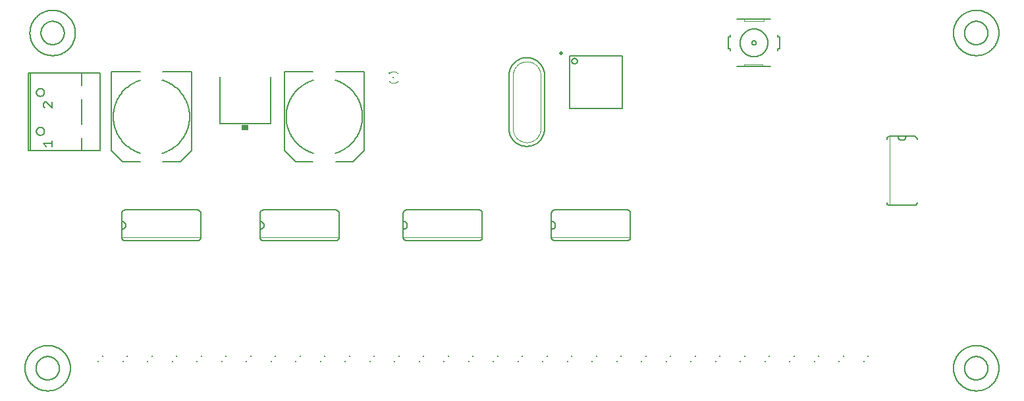
<source format=gto>
G75*
%MOIN*%
%OFA0B0*%
%FSLAX25Y25*%
%IPPOS*%
%LPD*%
%AMOC8*
5,1,8,0,0,1.08239X$1,22.5*
%
%ADD10C,0.00800*%
%ADD11R,0.03400X0.03000*%
%ADD12C,0.00600*%
%ADD13C,0.00200*%
%ADD14C,0.00400*%
%ADD15R,0.00787X0.00787*%
%ADD16R,0.00591X0.00984*%
%ADD17C,0.02000*%
%ADD18C,0.00500*%
%ADD19C,0.00984*%
D10*
X0010094Y0016000D02*
X0010096Y0016153D01*
X0010102Y0016307D01*
X0010112Y0016460D01*
X0010126Y0016612D01*
X0010144Y0016765D01*
X0010166Y0016916D01*
X0010191Y0017067D01*
X0010221Y0017218D01*
X0010255Y0017368D01*
X0010292Y0017516D01*
X0010333Y0017664D01*
X0010378Y0017810D01*
X0010427Y0017956D01*
X0010480Y0018100D01*
X0010536Y0018242D01*
X0010596Y0018383D01*
X0010660Y0018523D01*
X0010727Y0018661D01*
X0010798Y0018797D01*
X0010873Y0018931D01*
X0010950Y0019063D01*
X0011032Y0019193D01*
X0011116Y0019321D01*
X0011204Y0019447D01*
X0011295Y0019570D01*
X0011389Y0019691D01*
X0011487Y0019809D01*
X0011587Y0019925D01*
X0011691Y0020038D01*
X0011797Y0020149D01*
X0011906Y0020257D01*
X0012018Y0020362D01*
X0012132Y0020463D01*
X0012250Y0020562D01*
X0012369Y0020658D01*
X0012491Y0020751D01*
X0012616Y0020840D01*
X0012743Y0020927D01*
X0012872Y0021009D01*
X0013003Y0021089D01*
X0013136Y0021165D01*
X0013271Y0021238D01*
X0013408Y0021307D01*
X0013547Y0021372D01*
X0013687Y0021434D01*
X0013829Y0021492D01*
X0013972Y0021547D01*
X0014117Y0021598D01*
X0014263Y0021645D01*
X0014410Y0021688D01*
X0014558Y0021727D01*
X0014707Y0021763D01*
X0014857Y0021794D01*
X0015008Y0021822D01*
X0015159Y0021846D01*
X0015312Y0021866D01*
X0015464Y0021882D01*
X0015617Y0021894D01*
X0015770Y0021902D01*
X0015923Y0021906D01*
X0016077Y0021906D01*
X0016230Y0021902D01*
X0016383Y0021894D01*
X0016536Y0021882D01*
X0016688Y0021866D01*
X0016841Y0021846D01*
X0016992Y0021822D01*
X0017143Y0021794D01*
X0017293Y0021763D01*
X0017442Y0021727D01*
X0017590Y0021688D01*
X0017737Y0021645D01*
X0017883Y0021598D01*
X0018028Y0021547D01*
X0018171Y0021492D01*
X0018313Y0021434D01*
X0018453Y0021372D01*
X0018592Y0021307D01*
X0018729Y0021238D01*
X0018864Y0021165D01*
X0018997Y0021089D01*
X0019128Y0021009D01*
X0019257Y0020927D01*
X0019384Y0020840D01*
X0019509Y0020751D01*
X0019631Y0020658D01*
X0019750Y0020562D01*
X0019868Y0020463D01*
X0019982Y0020362D01*
X0020094Y0020257D01*
X0020203Y0020149D01*
X0020309Y0020038D01*
X0020413Y0019925D01*
X0020513Y0019809D01*
X0020611Y0019691D01*
X0020705Y0019570D01*
X0020796Y0019447D01*
X0020884Y0019321D01*
X0020968Y0019193D01*
X0021050Y0019063D01*
X0021127Y0018931D01*
X0021202Y0018797D01*
X0021273Y0018661D01*
X0021340Y0018523D01*
X0021404Y0018383D01*
X0021464Y0018242D01*
X0021520Y0018100D01*
X0021573Y0017956D01*
X0021622Y0017810D01*
X0021667Y0017664D01*
X0021708Y0017516D01*
X0021745Y0017368D01*
X0021779Y0017218D01*
X0021809Y0017067D01*
X0021834Y0016916D01*
X0021856Y0016765D01*
X0021874Y0016612D01*
X0021888Y0016460D01*
X0021898Y0016307D01*
X0021904Y0016153D01*
X0021906Y0016000D01*
X0021904Y0015847D01*
X0021898Y0015693D01*
X0021888Y0015540D01*
X0021874Y0015388D01*
X0021856Y0015235D01*
X0021834Y0015084D01*
X0021809Y0014933D01*
X0021779Y0014782D01*
X0021745Y0014632D01*
X0021708Y0014484D01*
X0021667Y0014336D01*
X0021622Y0014190D01*
X0021573Y0014044D01*
X0021520Y0013900D01*
X0021464Y0013758D01*
X0021404Y0013617D01*
X0021340Y0013477D01*
X0021273Y0013339D01*
X0021202Y0013203D01*
X0021127Y0013069D01*
X0021050Y0012937D01*
X0020968Y0012807D01*
X0020884Y0012679D01*
X0020796Y0012553D01*
X0020705Y0012430D01*
X0020611Y0012309D01*
X0020513Y0012191D01*
X0020413Y0012075D01*
X0020309Y0011962D01*
X0020203Y0011851D01*
X0020094Y0011743D01*
X0019982Y0011638D01*
X0019868Y0011537D01*
X0019750Y0011438D01*
X0019631Y0011342D01*
X0019509Y0011249D01*
X0019384Y0011160D01*
X0019257Y0011073D01*
X0019128Y0010991D01*
X0018997Y0010911D01*
X0018864Y0010835D01*
X0018729Y0010762D01*
X0018592Y0010693D01*
X0018453Y0010628D01*
X0018313Y0010566D01*
X0018171Y0010508D01*
X0018028Y0010453D01*
X0017883Y0010402D01*
X0017737Y0010355D01*
X0017590Y0010312D01*
X0017442Y0010273D01*
X0017293Y0010237D01*
X0017143Y0010206D01*
X0016992Y0010178D01*
X0016841Y0010154D01*
X0016688Y0010134D01*
X0016536Y0010118D01*
X0016383Y0010106D01*
X0016230Y0010098D01*
X0016077Y0010094D01*
X0015923Y0010094D01*
X0015770Y0010098D01*
X0015617Y0010106D01*
X0015464Y0010118D01*
X0015312Y0010134D01*
X0015159Y0010154D01*
X0015008Y0010178D01*
X0014857Y0010206D01*
X0014707Y0010237D01*
X0014558Y0010273D01*
X0014410Y0010312D01*
X0014263Y0010355D01*
X0014117Y0010402D01*
X0013972Y0010453D01*
X0013829Y0010508D01*
X0013687Y0010566D01*
X0013547Y0010628D01*
X0013408Y0010693D01*
X0013271Y0010762D01*
X0013136Y0010835D01*
X0013003Y0010911D01*
X0012872Y0010991D01*
X0012743Y0011073D01*
X0012616Y0011160D01*
X0012491Y0011249D01*
X0012369Y0011342D01*
X0012250Y0011438D01*
X0012132Y0011537D01*
X0012018Y0011638D01*
X0011906Y0011743D01*
X0011797Y0011851D01*
X0011691Y0011962D01*
X0011587Y0012075D01*
X0011487Y0012191D01*
X0011389Y0012309D01*
X0011295Y0012430D01*
X0011204Y0012553D01*
X0011116Y0012679D01*
X0011032Y0012807D01*
X0010950Y0012937D01*
X0010873Y0013069D01*
X0010798Y0013203D01*
X0010727Y0013339D01*
X0010660Y0013477D01*
X0010596Y0013617D01*
X0010536Y0013758D01*
X0010480Y0013900D01*
X0010427Y0014044D01*
X0010378Y0014190D01*
X0010333Y0014336D01*
X0010292Y0014484D01*
X0010255Y0014632D01*
X0010221Y0014782D01*
X0010191Y0014933D01*
X0010166Y0015084D01*
X0010144Y0015235D01*
X0010126Y0015388D01*
X0010112Y0015540D01*
X0010102Y0015693D01*
X0010096Y0015847D01*
X0010094Y0016000D01*
X0053933Y0120665D02*
X0048224Y0126374D01*
X0048224Y0166335D01*
X0062791Y0166335D01*
X0074209Y0166335D02*
X0088776Y0166335D01*
X0088776Y0126374D01*
X0083067Y0120665D01*
X0074209Y0120665D01*
X0062791Y0120665D02*
X0053933Y0120665D01*
X0103098Y0140000D02*
X0103100Y0163600D01*
X0128900Y0163600D02*
X0128902Y0140000D01*
X0103098Y0140000D01*
X0074012Y0124996D02*
X0074462Y0125136D01*
X0074908Y0125287D01*
X0075350Y0125449D01*
X0075789Y0125622D01*
X0076223Y0125805D01*
X0076653Y0125999D01*
X0077077Y0126203D01*
X0077497Y0126417D01*
X0077911Y0126642D01*
X0078320Y0126877D01*
X0078722Y0127121D01*
X0079119Y0127376D01*
X0079509Y0127639D01*
X0079893Y0127913D01*
X0080270Y0128196D01*
X0080640Y0128487D01*
X0081003Y0128788D01*
X0081358Y0129098D01*
X0081706Y0129416D01*
X0082045Y0129742D01*
X0082377Y0130077D01*
X0082701Y0130419D01*
X0083016Y0130770D01*
X0083322Y0131128D01*
X0083619Y0131493D01*
X0083908Y0131866D01*
X0084187Y0132245D01*
X0084457Y0132631D01*
X0084718Y0133024D01*
X0084969Y0133423D01*
X0085210Y0133828D01*
X0085441Y0134238D01*
X0085662Y0134655D01*
X0085872Y0135076D01*
X0086073Y0135502D01*
X0086263Y0135934D01*
X0086442Y0136369D01*
X0086611Y0136809D01*
X0086769Y0137253D01*
X0086916Y0137701D01*
X0087052Y0138152D01*
X0087177Y0138606D01*
X0087290Y0139064D01*
X0087393Y0139523D01*
X0087484Y0139986D01*
X0087565Y0140450D01*
X0087633Y0140916D01*
X0087691Y0141384D01*
X0087737Y0141853D01*
X0087771Y0142323D01*
X0087794Y0142793D01*
X0087806Y0143264D01*
X0087806Y0143736D01*
X0087794Y0144207D01*
X0087771Y0144677D01*
X0087737Y0145147D01*
X0087691Y0145616D01*
X0087633Y0146084D01*
X0087565Y0146550D01*
X0087484Y0147014D01*
X0087393Y0147477D01*
X0087290Y0147936D01*
X0087177Y0148394D01*
X0087052Y0148848D01*
X0086916Y0149299D01*
X0086769Y0149747D01*
X0086611Y0150191D01*
X0086442Y0150631D01*
X0086263Y0151066D01*
X0086073Y0151498D01*
X0085872Y0151924D01*
X0085662Y0152345D01*
X0085441Y0152762D01*
X0085210Y0153172D01*
X0084969Y0153577D01*
X0084718Y0153976D01*
X0084457Y0154369D01*
X0084187Y0154755D01*
X0083908Y0155134D01*
X0083619Y0155507D01*
X0083322Y0155872D01*
X0083016Y0156230D01*
X0082701Y0156581D01*
X0082377Y0156923D01*
X0082045Y0157258D01*
X0081706Y0157584D01*
X0081358Y0157902D01*
X0081003Y0158212D01*
X0080640Y0158513D01*
X0080270Y0158804D01*
X0079893Y0159087D01*
X0079509Y0159361D01*
X0079119Y0159624D01*
X0078722Y0159879D01*
X0078320Y0160123D01*
X0077911Y0160358D01*
X0077497Y0160583D01*
X0077077Y0160797D01*
X0076653Y0161001D01*
X0076223Y0161195D01*
X0075789Y0161378D01*
X0075350Y0161551D01*
X0074908Y0161713D01*
X0074462Y0161864D01*
X0074012Y0162004D01*
X0062988Y0162004D02*
X0062538Y0161864D01*
X0062092Y0161713D01*
X0061650Y0161551D01*
X0061211Y0161378D01*
X0060777Y0161195D01*
X0060347Y0161001D01*
X0059923Y0160797D01*
X0059503Y0160583D01*
X0059089Y0160358D01*
X0058680Y0160123D01*
X0058278Y0159879D01*
X0057881Y0159624D01*
X0057491Y0159361D01*
X0057107Y0159087D01*
X0056730Y0158804D01*
X0056360Y0158513D01*
X0055997Y0158212D01*
X0055642Y0157902D01*
X0055294Y0157584D01*
X0054955Y0157258D01*
X0054623Y0156923D01*
X0054299Y0156581D01*
X0053984Y0156230D01*
X0053678Y0155872D01*
X0053381Y0155507D01*
X0053092Y0155134D01*
X0052813Y0154755D01*
X0052543Y0154369D01*
X0052282Y0153976D01*
X0052031Y0153577D01*
X0051790Y0153172D01*
X0051559Y0152762D01*
X0051338Y0152345D01*
X0051128Y0151924D01*
X0050927Y0151498D01*
X0050737Y0151066D01*
X0050558Y0150631D01*
X0050389Y0150191D01*
X0050231Y0149747D01*
X0050084Y0149299D01*
X0049948Y0148848D01*
X0049823Y0148394D01*
X0049710Y0147936D01*
X0049607Y0147477D01*
X0049516Y0147014D01*
X0049435Y0146550D01*
X0049367Y0146084D01*
X0049309Y0145616D01*
X0049263Y0145147D01*
X0049229Y0144677D01*
X0049206Y0144207D01*
X0049194Y0143736D01*
X0049194Y0143264D01*
X0049206Y0142793D01*
X0049229Y0142323D01*
X0049263Y0141853D01*
X0049309Y0141384D01*
X0049367Y0140916D01*
X0049435Y0140450D01*
X0049516Y0139986D01*
X0049607Y0139523D01*
X0049710Y0139064D01*
X0049823Y0138606D01*
X0049948Y0138152D01*
X0050084Y0137701D01*
X0050231Y0137253D01*
X0050389Y0136809D01*
X0050558Y0136369D01*
X0050737Y0135934D01*
X0050927Y0135502D01*
X0051128Y0135076D01*
X0051338Y0134655D01*
X0051559Y0134238D01*
X0051790Y0133828D01*
X0052031Y0133423D01*
X0052282Y0133024D01*
X0052543Y0132631D01*
X0052813Y0132245D01*
X0053092Y0131866D01*
X0053381Y0131493D01*
X0053678Y0131128D01*
X0053984Y0130770D01*
X0054299Y0130419D01*
X0054623Y0130077D01*
X0054955Y0129742D01*
X0055294Y0129416D01*
X0055642Y0129098D01*
X0055997Y0128788D01*
X0056360Y0128487D01*
X0056730Y0128196D01*
X0057107Y0127913D01*
X0057491Y0127639D01*
X0057881Y0127376D01*
X0058278Y0127121D01*
X0058680Y0126877D01*
X0059089Y0126642D01*
X0059503Y0126417D01*
X0059923Y0126203D01*
X0060347Y0125999D01*
X0060777Y0125805D01*
X0061211Y0125622D01*
X0061650Y0125449D01*
X0062092Y0125287D01*
X0062538Y0125136D01*
X0062988Y0124996D01*
X0135724Y0126374D02*
X0141433Y0120665D01*
X0150291Y0120665D01*
X0135724Y0126374D02*
X0135724Y0166335D01*
X0150291Y0166335D01*
X0161709Y0166335D02*
X0176276Y0166335D01*
X0176276Y0126374D01*
X0170567Y0120665D01*
X0161709Y0120665D01*
X0161512Y0124996D02*
X0161962Y0125136D01*
X0162408Y0125287D01*
X0162850Y0125449D01*
X0163289Y0125622D01*
X0163723Y0125805D01*
X0164153Y0125999D01*
X0164577Y0126203D01*
X0164997Y0126417D01*
X0165411Y0126642D01*
X0165820Y0126877D01*
X0166222Y0127121D01*
X0166619Y0127376D01*
X0167009Y0127639D01*
X0167393Y0127913D01*
X0167770Y0128196D01*
X0168140Y0128487D01*
X0168503Y0128788D01*
X0168858Y0129098D01*
X0169206Y0129416D01*
X0169545Y0129742D01*
X0169877Y0130077D01*
X0170201Y0130419D01*
X0170516Y0130770D01*
X0170822Y0131128D01*
X0171119Y0131493D01*
X0171408Y0131866D01*
X0171687Y0132245D01*
X0171957Y0132631D01*
X0172218Y0133024D01*
X0172469Y0133423D01*
X0172710Y0133828D01*
X0172941Y0134238D01*
X0173162Y0134655D01*
X0173372Y0135076D01*
X0173573Y0135502D01*
X0173763Y0135934D01*
X0173942Y0136369D01*
X0174111Y0136809D01*
X0174269Y0137253D01*
X0174416Y0137701D01*
X0174552Y0138152D01*
X0174677Y0138606D01*
X0174790Y0139064D01*
X0174893Y0139523D01*
X0174984Y0139986D01*
X0175065Y0140450D01*
X0175133Y0140916D01*
X0175191Y0141384D01*
X0175237Y0141853D01*
X0175271Y0142323D01*
X0175294Y0142793D01*
X0175306Y0143264D01*
X0175306Y0143736D01*
X0175294Y0144207D01*
X0175271Y0144677D01*
X0175237Y0145147D01*
X0175191Y0145616D01*
X0175133Y0146084D01*
X0175065Y0146550D01*
X0174984Y0147014D01*
X0174893Y0147477D01*
X0174790Y0147936D01*
X0174677Y0148394D01*
X0174552Y0148848D01*
X0174416Y0149299D01*
X0174269Y0149747D01*
X0174111Y0150191D01*
X0173942Y0150631D01*
X0173763Y0151066D01*
X0173573Y0151498D01*
X0173372Y0151924D01*
X0173162Y0152345D01*
X0172941Y0152762D01*
X0172710Y0153172D01*
X0172469Y0153577D01*
X0172218Y0153976D01*
X0171957Y0154369D01*
X0171687Y0154755D01*
X0171408Y0155134D01*
X0171119Y0155507D01*
X0170822Y0155872D01*
X0170516Y0156230D01*
X0170201Y0156581D01*
X0169877Y0156923D01*
X0169545Y0157258D01*
X0169206Y0157584D01*
X0168858Y0157902D01*
X0168503Y0158212D01*
X0168140Y0158513D01*
X0167770Y0158804D01*
X0167393Y0159087D01*
X0167009Y0159361D01*
X0166619Y0159624D01*
X0166222Y0159879D01*
X0165820Y0160123D01*
X0165411Y0160358D01*
X0164997Y0160583D01*
X0164577Y0160797D01*
X0164153Y0161001D01*
X0163723Y0161195D01*
X0163289Y0161378D01*
X0162850Y0161551D01*
X0162408Y0161713D01*
X0161962Y0161864D01*
X0161512Y0162004D01*
X0150488Y0162004D02*
X0150038Y0161864D01*
X0149592Y0161713D01*
X0149150Y0161551D01*
X0148711Y0161378D01*
X0148277Y0161195D01*
X0147847Y0161001D01*
X0147423Y0160797D01*
X0147003Y0160583D01*
X0146589Y0160358D01*
X0146180Y0160123D01*
X0145778Y0159879D01*
X0145381Y0159624D01*
X0144991Y0159361D01*
X0144607Y0159087D01*
X0144230Y0158804D01*
X0143860Y0158513D01*
X0143497Y0158212D01*
X0143142Y0157902D01*
X0142794Y0157584D01*
X0142455Y0157258D01*
X0142123Y0156923D01*
X0141799Y0156581D01*
X0141484Y0156230D01*
X0141178Y0155872D01*
X0140881Y0155507D01*
X0140592Y0155134D01*
X0140313Y0154755D01*
X0140043Y0154369D01*
X0139782Y0153976D01*
X0139531Y0153577D01*
X0139290Y0153172D01*
X0139059Y0152762D01*
X0138838Y0152345D01*
X0138628Y0151924D01*
X0138427Y0151498D01*
X0138237Y0151066D01*
X0138058Y0150631D01*
X0137889Y0150191D01*
X0137731Y0149747D01*
X0137584Y0149299D01*
X0137448Y0148848D01*
X0137323Y0148394D01*
X0137210Y0147936D01*
X0137107Y0147477D01*
X0137016Y0147014D01*
X0136935Y0146550D01*
X0136867Y0146084D01*
X0136809Y0145616D01*
X0136763Y0145147D01*
X0136729Y0144677D01*
X0136706Y0144207D01*
X0136694Y0143736D01*
X0136694Y0143264D01*
X0136706Y0142793D01*
X0136729Y0142323D01*
X0136763Y0141853D01*
X0136809Y0141384D01*
X0136867Y0140916D01*
X0136935Y0140450D01*
X0137016Y0139986D01*
X0137107Y0139523D01*
X0137210Y0139064D01*
X0137323Y0138606D01*
X0137448Y0138152D01*
X0137584Y0137701D01*
X0137731Y0137253D01*
X0137889Y0136809D01*
X0138058Y0136369D01*
X0138237Y0135934D01*
X0138427Y0135502D01*
X0138628Y0135076D01*
X0138838Y0134655D01*
X0139059Y0134238D01*
X0139290Y0133828D01*
X0139531Y0133423D01*
X0139782Y0133024D01*
X0140043Y0132631D01*
X0140313Y0132245D01*
X0140592Y0131866D01*
X0140881Y0131493D01*
X0141178Y0131128D01*
X0141484Y0130770D01*
X0141799Y0130419D01*
X0142123Y0130077D01*
X0142455Y0129742D01*
X0142794Y0129416D01*
X0143142Y0129098D01*
X0143497Y0128788D01*
X0143860Y0128487D01*
X0144230Y0128196D01*
X0144607Y0127913D01*
X0144991Y0127639D01*
X0145381Y0127376D01*
X0145778Y0127121D01*
X0146180Y0126877D01*
X0146589Y0126642D01*
X0147003Y0126417D01*
X0147423Y0126203D01*
X0147847Y0125999D01*
X0148277Y0125805D01*
X0148711Y0125622D01*
X0149150Y0125449D01*
X0149592Y0125287D01*
X0150038Y0125136D01*
X0150488Y0124996D01*
X0012594Y0186000D02*
X0012596Y0186153D01*
X0012602Y0186307D01*
X0012612Y0186460D01*
X0012626Y0186612D01*
X0012644Y0186765D01*
X0012666Y0186916D01*
X0012691Y0187067D01*
X0012721Y0187218D01*
X0012755Y0187368D01*
X0012792Y0187516D01*
X0012833Y0187664D01*
X0012878Y0187810D01*
X0012927Y0187956D01*
X0012980Y0188100D01*
X0013036Y0188242D01*
X0013096Y0188383D01*
X0013160Y0188523D01*
X0013227Y0188661D01*
X0013298Y0188797D01*
X0013373Y0188931D01*
X0013450Y0189063D01*
X0013532Y0189193D01*
X0013616Y0189321D01*
X0013704Y0189447D01*
X0013795Y0189570D01*
X0013889Y0189691D01*
X0013987Y0189809D01*
X0014087Y0189925D01*
X0014191Y0190038D01*
X0014297Y0190149D01*
X0014406Y0190257D01*
X0014518Y0190362D01*
X0014632Y0190463D01*
X0014750Y0190562D01*
X0014869Y0190658D01*
X0014991Y0190751D01*
X0015116Y0190840D01*
X0015243Y0190927D01*
X0015372Y0191009D01*
X0015503Y0191089D01*
X0015636Y0191165D01*
X0015771Y0191238D01*
X0015908Y0191307D01*
X0016047Y0191372D01*
X0016187Y0191434D01*
X0016329Y0191492D01*
X0016472Y0191547D01*
X0016617Y0191598D01*
X0016763Y0191645D01*
X0016910Y0191688D01*
X0017058Y0191727D01*
X0017207Y0191763D01*
X0017357Y0191794D01*
X0017508Y0191822D01*
X0017659Y0191846D01*
X0017812Y0191866D01*
X0017964Y0191882D01*
X0018117Y0191894D01*
X0018270Y0191902D01*
X0018423Y0191906D01*
X0018577Y0191906D01*
X0018730Y0191902D01*
X0018883Y0191894D01*
X0019036Y0191882D01*
X0019188Y0191866D01*
X0019341Y0191846D01*
X0019492Y0191822D01*
X0019643Y0191794D01*
X0019793Y0191763D01*
X0019942Y0191727D01*
X0020090Y0191688D01*
X0020237Y0191645D01*
X0020383Y0191598D01*
X0020528Y0191547D01*
X0020671Y0191492D01*
X0020813Y0191434D01*
X0020953Y0191372D01*
X0021092Y0191307D01*
X0021229Y0191238D01*
X0021364Y0191165D01*
X0021497Y0191089D01*
X0021628Y0191009D01*
X0021757Y0190927D01*
X0021884Y0190840D01*
X0022009Y0190751D01*
X0022131Y0190658D01*
X0022250Y0190562D01*
X0022368Y0190463D01*
X0022482Y0190362D01*
X0022594Y0190257D01*
X0022703Y0190149D01*
X0022809Y0190038D01*
X0022913Y0189925D01*
X0023013Y0189809D01*
X0023111Y0189691D01*
X0023205Y0189570D01*
X0023296Y0189447D01*
X0023384Y0189321D01*
X0023468Y0189193D01*
X0023550Y0189063D01*
X0023627Y0188931D01*
X0023702Y0188797D01*
X0023773Y0188661D01*
X0023840Y0188523D01*
X0023904Y0188383D01*
X0023964Y0188242D01*
X0024020Y0188100D01*
X0024073Y0187956D01*
X0024122Y0187810D01*
X0024167Y0187664D01*
X0024208Y0187516D01*
X0024245Y0187368D01*
X0024279Y0187218D01*
X0024309Y0187067D01*
X0024334Y0186916D01*
X0024356Y0186765D01*
X0024374Y0186612D01*
X0024388Y0186460D01*
X0024398Y0186307D01*
X0024404Y0186153D01*
X0024406Y0186000D01*
X0024404Y0185847D01*
X0024398Y0185693D01*
X0024388Y0185540D01*
X0024374Y0185388D01*
X0024356Y0185235D01*
X0024334Y0185084D01*
X0024309Y0184933D01*
X0024279Y0184782D01*
X0024245Y0184632D01*
X0024208Y0184484D01*
X0024167Y0184336D01*
X0024122Y0184190D01*
X0024073Y0184044D01*
X0024020Y0183900D01*
X0023964Y0183758D01*
X0023904Y0183617D01*
X0023840Y0183477D01*
X0023773Y0183339D01*
X0023702Y0183203D01*
X0023627Y0183069D01*
X0023550Y0182937D01*
X0023468Y0182807D01*
X0023384Y0182679D01*
X0023296Y0182553D01*
X0023205Y0182430D01*
X0023111Y0182309D01*
X0023013Y0182191D01*
X0022913Y0182075D01*
X0022809Y0181962D01*
X0022703Y0181851D01*
X0022594Y0181743D01*
X0022482Y0181638D01*
X0022368Y0181537D01*
X0022250Y0181438D01*
X0022131Y0181342D01*
X0022009Y0181249D01*
X0021884Y0181160D01*
X0021757Y0181073D01*
X0021628Y0180991D01*
X0021497Y0180911D01*
X0021364Y0180835D01*
X0021229Y0180762D01*
X0021092Y0180693D01*
X0020953Y0180628D01*
X0020813Y0180566D01*
X0020671Y0180508D01*
X0020528Y0180453D01*
X0020383Y0180402D01*
X0020237Y0180355D01*
X0020090Y0180312D01*
X0019942Y0180273D01*
X0019793Y0180237D01*
X0019643Y0180206D01*
X0019492Y0180178D01*
X0019341Y0180154D01*
X0019188Y0180134D01*
X0019036Y0180118D01*
X0018883Y0180106D01*
X0018730Y0180098D01*
X0018577Y0180094D01*
X0018423Y0180094D01*
X0018270Y0180098D01*
X0018117Y0180106D01*
X0017964Y0180118D01*
X0017812Y0180134D01*
X0017659Y0180154D01*
X0017508Y0180178D01*
X0017357Y0180206D01*
X0017207Y0180237D01*
X0017058Y0180273D01*
X0016910Y0180312D01*
X0016763Y0180355D01*
X0016617Y0180402D01*
X0016472Y0180453D01*
X0016329Y0180508D01*
X0016187Y0180566D01*
X0016047Y0180628D01*
X0015908Y0180693D01*
X0015771Y0180762D01*
X0015636Y0180835D01*
X0015503Y0180911D01*
X0015372Y0180991D01*
X0015243Y0181073D01*
X0015116Y0181160D01*
X0014991Y0181249D01*
X0014869Y0181342D01*
X0014750Y0181438D01*
X0014632Y0181537D01*
X0014518Y0181638D01*
X0014406Y0181743D01*
X0014297Y0181851D01*
X0014191Y0181962D01*
X0014087Y0182075D01*
X0013987Y0182191D01*
X0013889Y0182309D01*
X0013795Y0182430D01*
X0013704Y0182553D01*
X0013616Y0182679D01*
X0013532Y0182807D01*
X0013450Y0182937D01*
X0013373Y0183069D01*
X0013298Y0183203D01*
X0013227Y0183339D01*
X0013160Y0183477D01*
X0013096Y0183617D01*
X0013036Y0183758D01*
X0012980Y0183900D01*
X0012927Y0184044D01*
X0012878Y0184190D01*
X0012833Y0184336D01*
X0012792Y0184484D01*
X0012755Y0184632D01*
X0012721Y0184782D01*
X0012691Y0184933D01*
X0012666Y0185084D01*
X0012644Y0185235D01*
X0012626Y0185388D01*
X0012612Y0185540D01*
X0012602Y0185693D01*
X0012596Y0185847D01*
X0012594Y0186000D01*
X0480094Y0186000D02*
X0480096Y0186153D01*
X0480102Y0186307D01*
X0480112Y0186460D01*
X0480126Y0186612D01*
X0480144Y0186765D01*
X0480166Y0186916D01*
X0480191Y0187067D01*
X0480221Y0187218D01*
X0480255Y0187368D01*
X0480292Y0187516D01*
X0480333Y0187664D01*
X0480378Y0187810D01*
X0480427Y0187956D01*
X0480480Y0188100D01*
X0480536Y0188242D01*
X0480596Y0188383D01*
X0480660Y0188523D01*
X0480727Y0188661D01*
X0480798Y0188797D01*
X0480873Y0188931D01*
X0480950Y0189063D01*
X0481032Y0189193D01*
X0481116Y0189321D01*
X0481204Y0189447D01*
X0481295Y0189570D01*
X0481389Y0189691D01*
X0481487Y0189809D01*
X0481587Y0189925D01*
X0481691Y0190038D01*
X0481797Y0190149D01*
X0481906Y0190257D01*
X0482018Y0190362D01*
X0482132Y0190463D01*
X0482250Y0190562D01*
X0482369Y0190658D01*
X0482491Y0190751D01*
X0482616Y0190840D01*
X0482743Y0190927D01*
X0482872Y0191009D01*
X0483003Y0191089D01*
X0483136Y0191165D01*
X0483271Y0191238D01*
X0483408Y0191307D01*
X0483547Y0191372D01*
X0483687Y0191434D01*
X0483829Y0191492D01*
X0483972Y0191547D01*
X0484117Y0191598D01*
X0484263Y0191645D01*
X0484410Y0191688D01*
X0484558Y0191727D01*
X0484707Y0191763D01*
X0484857Y0191794D01*
X0485008Y0191822D01*
X0485159Y0191846D01*
X0485312Y0191866D01*
X0485464Y0191882D01*
X0485617Y0191894D01*
X0485770Y0191902D01*
X0485923Y0191906D01*
X0486077Y0191906D01*
X0486230Y0191902D01*
X0486383Y0191894D01*
X0486536Y0191882D01*
X0486688Y0191866D01*
X0486841Y0191846D01*
X0486992Y0191822D01*
X0487143Y0191794D01*
X0487293Y0191763D01*
X0487442Y0191727D01*
X0487590Y0191688D01*
X0487737Y0191645D01*
X0487883Y0191598D01*
X0488028Y0191547D01*
X0488171Y0191492D01*
X0488313Y0191434D01*
X0488453Y0191372D01*
X0488592Y0191307D01*
X0488729Y0191238D01*
X0488864Y0191165D01*
X0488997Y0191089D01*
X0489128Y0191009D01*
X0489257Y0190927D01*
X0489384Y0190840D01*
X0489509Y0190751D01*
X0489631Y0190658D01*
X0489750Y0190562D01*
X0489868Y0190463D01*
X0489982Y0190362D01*
X0490094Y0190257D01*
X0490203Y0190149D01*
X0490309Y0190038D01*
X0490413Y0189925D01*
X0490513Y0189809D01*
X0490611Y0189691D01*
X0490705Y0189570D01*
X0490796Y0189447D01*
X0490884Y0189321D01*
X0490968Y0189193D01*
X0491050Y0189063D01*
X0491127Y0188931D01*
X0491202Y0188797D01*
X0491273Y0188661D01*
X0491340Y0188523D01*
X0491404Y0188383D01*
X0491464Y0188242D01*
X0491520Y0188100D01*
X0491573Y0187956D01*
X0491622Y0187810D01*
X0491667Y0187664D01*
X0491708Y0187516D01*
X0491745Y0187368D01*
X0491779Y0187218D01*
X0491809Y0187067D01*
X0491834Y0186916D01*
X0491856Y0186765D01*
X0491874Y0186612D01*
X0491888Y0186460D01*
X0491898Y0186307D01*
X0491904Y0186153D01*
X0491906Y0186000D01*
X0491904Y0185847D01*
X0491898Y0185693D01*
X0491888Y0185540D01*
X0491874Y0185388D01*
X0491856Y0185235D01*
X0491834Y0185084D01*
X0491809Y0184933D01*
X0491779Y0184782D01*
X0491745Y0184632D01*
X0491708Y0184484D01*
X0491667Y0184336D01*
X0491622Y0184190D01*
X0491573Y0184044D01*
X0491520Y0183900D01*
X0491464Y0183758D01*
X0491404Y0183617D01*
X0491340Y0183477D01*
X0491273Y0183339D01*
X0491202Y0183203D01*
X0491127Y0183069D01*
X0491050Y0182937D01*
X0490968Y0182807D01*
X0490884Y0182679D01*
X0490796Y0182553D01*
X0490705Y0182430D01*
X0490611Y0182309D01*
X0490513Y0182191D01*
X0490413Y0182075D01*
X0490309Y0181962D01*
X0490203Y0181851D01*
X0490094Y0181743D01*
X0489982Y0181638D01*
X0489868Y0181537D01*
X0489750Y0181438D01*
X0489631Y0181342D01*
X0489509Y0181249D01*
X0489384Y0181160D01*
X0489257Y0181073D01*
X0489128Y0180991D01*
X0488997Y0180911D01*
X0488864Y0180835D01*
X0488729Y0180762D01*
X0488592Y0180693D01*
X0488453Y0180628D01*
X0488313Y0180566D01*
X0488171Y0180508D01*
X0488028Y0180453D01*
X0487883Y0180402D01*
X0487737Y0180355D01*
X0487590Y0180312D01*
X0487442Y0180273D01*
X0487293Y0180237D01*
X0487143Y0180206D01*
X0486992Y0180178D01*
X0486841Y0180154D01*
X0486688Y0180134D01*
X0486536Y0180118D01*
X0486383Y0180106D01*
X0486230Y0180098D01*
X0486077Y0180094D01*
X0485923Y0180094D01*
X0485770Y0180098D01*
X0485617Y0180106D01*
X0485464Y0180118D01*
X0485312Y0180134D01*
X0485159Y0180154D01*
X0485008Y0180178D01*
X0484857Y0180206D01*
X0484707Y0180237D01*
X0484558Y0180273D01*
X0484410Y0180312D01*
X0484263Y0180355D01*
X0484117Y0180402D01*
X0483972Y0180453D01*
X0483829Y0180508D01*
X0483687Y0180566D01*
X0483547Y0180628D01*
X0483408Y0180693D01*
X0483271Y0180762D01*
X0483136Y0180835D01*
X0483003Y0180911D01*
X0482872Y0180991D01*
X0482743Y0181073D01*
X0482616Y0181160D01*
X0482491Y0181249D01*
X0482369Y0181342D01*
X0482250Y0181438D01*
X0482132Y0181537D01*
X0482018Y0181638D01*
X0481906Y0181743D01*
X0481797Y0181851D01*
X0481691Y0181962D01*
X0481587Y0182075D01*
X0481487Y0182191D01*
X0481389Y0182309D01*
X0481295Y0182430D01*
X0481204Y0182553D01*
X0481116Y0182679D01*
X0481032Y0182807D01*
X0480950Y0182937D01*
X0480873Y0183069D01*
X0480798Y0183203D01*
X0480727Y0183339D01*
X0480660Y0183477D01*
X0480596Y0183617D01*
X0480536Y0183758D01*
X0480480Y0183900D01*
X0480427Y0184044D01*
X0480378Y0184190D01*
X0480333Y0184336D01*
X0480292Y0184484D01*
X0480255Y0184632D01*
X0480221Y0184782D01*
X0480191Y0184933D01*
X0480166Y0185084D01*
X0480144Y0185235D01*
X0480126Y0185388D01*
X0480112Y0185540D01*
X0480102Y0185693D01*
X0480096Y0185847D01*
X0480094Y0186000D01*
X0480094Y0016000D02*
X0480096Y0016153D01*
X0480102Y0016307D01*
X0480112Y0016460D01*
X0480126Y0016612D01*
X0480144Y0016765D01*
X0480166Y0016916D01*
X0480191Y0017067D01*
X0480221Y0017218D01*
X0480255Y0017368D01*
X0480292Y0017516D01*
X0480333Y0017664D01*
X0480378Y0017810D01*
X0480427Y0017956D01*
X0480480Y0018100D01*
X0480536Y0018242D01*
X0480596Y0018383D01*
X0480660Y0018523D01*
X0480727Y0018661D01*
X0480798Y0018797D01*
X0480873Y0018931D01*
X0480950Y0019063D01*
X0481032Y0019193D01*
X0481116Y0019321D01*
X0481204Y0019447D01*
X0481295Y0019570D01*
X0481389Y0019691D01*
X0481487Y0019809D01*
X0481587Y0019925D01*
X0481691Y0020038D01*
X0481797Y0020149D01*
X0481906Y0020257D01*
X0482018Y0020362D01*
X0482132Y0020463D01*
X0482250Y0020562D01*
X0482369Y0020658D01*
X0482491Y0020751D01*
X0482616Y0020840D01*
X0482743Y0020927D01*
X0482872Y0021009D01*
X0483003Y0021089D01*
X0483136Y0021165D01*
X0483271Y0021238D01*
X0483408Y0021307D01*
X0483547Y0021372D01*
X0483687Y0021434D01*
X0483829Y0021492D01*
X0483972Y0021547D01*
X0484117Y0021598D01*
X0484263Y0021645D01*
X0484410Y0021688D01*
X0484558Y0021727D01*
X0484707Y0021763D01*
X0484857Y0021794D01*
X0485008Y0021822D01*
X0485159Y0021846D01*
X0485312Y0021866D01*
X0485464Y0021882D01*
X0485617Y0021894D01*
X0485770Y0021902D01*
X0485923Y0021906D01*
X0486077Y0021906D01*
X0486230Y0021902D01*
X0486383Y0021894D01*
X0486536Y0021882D01*
X0486688Y0021866D01*
X0486841Y0021846D01*
X0486992Y0021822D01*
X0487143Y0021794D01*
X0487293Y0021763D01*
X0487442Y0021727D01*
X0487590Y0021688D01*
X0487737Y0021645D01*
X0487883Y0021598D01*
X0488028Y0021547D01*
X0488171Y0021492D01*
X0488313Y0021434D01*
X0488453Y0021372D01*
X0488592Y0021307D01*
X0488729Y0021238D01*
X0488864Y0021165D01*
X0488997Y0021089D01*
X0489128Y0021009D01*
X0489257Y0020927D01*
X0489384Y0020840D01*
X0489509Y0020751D01*
X0489631Y0020658D01*
X0489750Y0020562D01*
X0489868Y0020463D01*
X0489982Y0020362D01*
X0490094Y0020257D01*
X0490203Y0020149D01*
X0490309Y0020038D01*
X0490413Y0019925D01*
X0490513Y0019809D01*
X0490611Y0019691D01*
X0490705Y0019570D01*
X0490796Y0019447D01*
X0490884Y0019321D01*
X0490968Y0019193D01*
X0491050Y0019063D01*
X0491127Y0018931D01*
X0491202Y0018797D01*
X0491273Y0018661D01*
X0491340Y0018523D01*
X0491404Y0018383D01*
X0491464Y0018242D01*
X0491520Y0018100D01*
X0491573Y0017956D01*
X0491622Y0017810D01*
X0491667Y0017664D01*
X0491708Y0017516D01*
X0491745Y0017368D01*
X0491779Y0017218D01*
X0491809Y0017067D01*
X0491834Y0016916D01*
X0491856Y0016765D01*
X0491874Y0016612D01*
X0491888Y0016460D01*
X0491898Y0016307D01*
X0491904Y0016153D01*
X0491906Y0016000D01*
X0491904Y0015847D01*
X0491898Y0015693D01*
X0491888Y0015540D01*
X0491874Y0015388D01*
X0491856Y0015235D01*
X0491834Y0015084D01*
X0491809Y0014933D01*
X0491779Y0014782D01*
X0491745Y0014632D01*
X0491708Y0014484D01*
X0491667Y0014336D01*
X0491622Y0014190D01*
X0491573Y0014044D01*
X0491520Y0013900D01*
X0491464Y0013758D01*
X0491404Y0013617D01*
X0491340Y0013477D01*
X0491273Y0013339D01*
X0491202Y0013203D01*
X0491127Y0013069D01*
X0491050Y0012937D01*
X0490968Y0012807D01*
X0490884Y0012679D01*
X0490796Y0012553D01*
X0490705Y0012430D01*
X0490611Y0012309D01*
X0490513Y0012191D01*
X0490413Y0012075D01*
X0490309Y0011962D01*
X0490203Y0011851D01*
X0490094Y0011743D01*
X0489982Y0011638D01*
X0489868Y0011537D01*
X0489750Y0011438D01*
X0489631Y0011342D01*
X0489509Y0011249D01*
X0489384Y0011160D01*
X0489257Y0011073D01*
X0489128Y0010991D01*
X0488997Y0010911D01*
X0488864Y0010835D01*
X0488729Y0010762D01*
X0488592Y0010693D01*
X0488453Y0010628D01*
X0488313Y0010566D01*
X0488171Y0010508D01*
X0488028Y0010453D01*
X0487883Y0010402D01*
X0487737Y0010355D01*
X0487590Y0010312D01*
X0487442Y0010273D01*
X0487293Y0010237D01*
X0487143Y0010206D01*
X0486992Y0010178D01*
X0486841Y0010154D01*
X0486688Y0010134D01*
X0486536Y0010118D01*
X0486383Y0010106D01*
X0486230Y0010098D01*
X0486077Y0010094D01*
X0485923Y0010094D01*
X0485770Y0010098D01*
X0485617Y0010106D01*
X0485464Y0010118D01*
X0485312Y0010134D01*
X0485159Y0010154D01*
X0485008Y0010178D01*
X0484857Y0010206D01*
X0484707Y0010237D01*
X0484558Y0010273D01*
X0484410Y0010312D01*
X0484263Y0010355D01*
X0484117Y0010402D01*
X0483972Y0010453D01*
X0483829Y0010508D01*
X0483687Y0010566D01*
X0483547Y0010628D01*
X0483408Y0010693D01*
X0483271Y0010762D01*
X0483136Y0010835D01*
X0483003Y0010911D01*
X0482872Y0010991D01*
X0482743Y0011073D01*
X0482616Y0011160D01*
X0482491Y0011249D01*
X0482369Y0011342D01*
X0482250Y0011438D01*
X0482132Y0011537D01*
X0482018Y0011638D01*
X0481906Y0011743D01*
X0481797Y0011851D01*
X0481691Y0011962D01*
X0481587Y0012075D01*
X0481487Y0012191D01*
X0481389Y0012309D01*
X0481295Y0012430D01*
X0481204Y0012553D01*
X0481116Y0012679D01*
X0481032Y0012807D01*
X0480950Y0012937D01*
X0480873Y0013069D01*
X0480798Y0013203D01*
X0480727Y0013339D01*
X0480660Y0013477D01*
X0480596Y0013617D01*
X0480536Y0013758D01*
X0480480Y0013900D01*
X0480427Y0014044D01*
X0480378Y0014190D01*
X0480333Y0014336D01*
X0480292Y0014484D01*
X0480255Y0014632D01*
X0480221Y0014782D01*
X0480191Y0014933D01*
X0480166Y0015084D01*
X0480144Y0015235D01*
X0480126Y0015388D01*
X0480112Y0015540D01*
X0480102Y0015693D01*
X0480096Y0015847D01*
X0480094Y0016000D01*
D11*
X0116000Y0138100D03*
D12*
X0042500Y0126358D02*
X0033098Y0126358D01*
X0007098Y0126358D01*
X0006299Y0126358D01*
X0006299Y0165657D01*
X0007098Y0165657D01*
X0033098Y0165657D01*
X0042500Y0165657D01*
X0042500Y0126358D01*
X0033098Y0126358D02*
X0033098Y0132657D01*
X0033098Y0139657D02*
X0033098Y0152358D01*
X0033098Y0159358D02*
X0033098Y0165657D01*
X0010300Y0155857D02*
X0010302Y0155946D01*
X0010308Y0156035D01*
X0010318Y0156124D01*
X0010332Y0156212D01*
X0010349Y0156299D01*
X0010371Y0156385D01*
X0010397Y0156471D01*
X0010426Y0156555D01*
X0010459Y0156638D01*
X0010495Y0156719D01*
X0010536Y0156799D01*
X0010579Y0156876D01*
X0010626Y0156952D01*
X0010677Y0157025D01*
X0010730Y0157096D01*
X0010787Y0157165D01*
X0010847Y0157231D01*
X0010910Y0157295D01*
X0010975Y0157355D01*
X0011043Y0157413D01*
X0011114Y0157467D01*
X0011187Y0157518D01*
X0011262Y0157566D01*
X0011339Y0157611D01*
X0011418Y0157652D01*
X0011499Y0157689D01*
X0011581Y0157723D01*
X0011665Y0157754D01*
X0011750Y0157780D01*
X0011836Y0157803D01*
X0011923Y0157821D01*
X0012011Y0157836D01*
X0012100Y0157847D01*
X0012189Y0157854D01*
X0012278Y0157857D01*
X0012367Y0157856D01*
X0012456Y0157851D01*
X0012544Y0157842D01*
X0012633Y0157829D01*
X0012720Y0157812D01*
X0012807Y0157792D01*
X0012893Y0157767D01*
X0012977Y0157739D01*
X0013060Y0157707D01*
X0013142Y0157671D01*
X0013222Y0157632D01*
X0013300Y0157589D01*
X0013376Y0157543D01*
X0013450Y0157493D01*
X0013522Y0157440D01*
X0013591Y0157384D01*
X0013658Y0157325D01*
X0013722Y0157263D01*
X0013783Y0157199D01*
X0013842Y0157131D01*
X0013897Y0157061D01*
X0013949Y0156989D01*
X0013998Y0156914D01*
X0014043Y0156838D01*
X0014085Y0156759D01*
X0014123Y0156679D01*
X0014158Y0156597D01*
X0014189Y0156513D01*
X0014217Y0156428D01*
X0014240Y0156342D01*
X0014260Y0156255D01*
X0014276Y0156168D01*
X0014288Y0156079D01*
X0014296Y0155991D01*
X0014300Y0155902D01*
X0014300Y0155812D01*
X0014296Y0155723D01*
X0014288Y0155635D01*
X0014276Y0155546D01*
X0014260Y0155459D01*
X0014240Y0155372D01*
X0014217Y0155286D01*
X0014189Y0155201D01*
X0014158Y0155117D01*
X0014123Y0155035D01*
X0014085Y0154955D01*
X0014043Y0154876D01*
X0013998Y0154800D01*
X0013949Y0154725D01*
X0013897Y0154653D01*
X0013842Y0154583D01*
X0013783Y0154515D01*
X0013722Y0154451D01*
X0013658Y0154389D01*
X0013591Y0154330D01*
X0013522Y0154274D01*
X0013450Y0154221D01*
X0013376Y0154171D01*
X0013300Y0154125D01*
X0013222Y0154082D01*
X0013142Y0154043D01*
X0013060Y0154007D01*
X0012977Y0153975D01*
X0012893Y0153947D01*
X0012807Y0153922D01*
X0012720Y0153902D01*
X0012633Y0153885D01*
X0012544Y0153872D01*
X0012456Y0153863D01*
X0012367Y0153858D01*
X0012278Y0153857D01*
X0012189Y0153860D01*
X0012100Y0153867D01*
X0012011Y0153878D01*
X0011923Y0153893D01*
X0011836Y0153911D01*
X0011750Y0153934D01*
X0011665Y0153960D01*
X0011581Y0153991D01*
X0011499Y0154025D01*
X0011418Y0154062D01*
X0011339Y0154103D01*
X0011262Y0154148D01*
X0011187Y0154196D01*
X0011114Y0154247D01*
X0011043Y0154301D01*
X0010975Y0154359D01*
X0010910Y0154419D01*
X0010847Y0154483D01*
X0010787Y0154549D01*
X0010730Y0154618D01*
X0010677Y0154689D01*
X0010626Y0154762D01*
X0010579Y0154838D01*
X0010536Y0154915D01*
X0010495Y0154995D01*
X0010459Y0155076D01*
X0010426Y0155159D01*
X0010397Y0155243D01*
X0010371Y0155329D01*
X0010349Y0155415D01*
X0010332Y0155502D01*
X0010318Y0155590D01*
X0010308Y0155679D01*
X0010302Y0155768D01*
X0010300Y0155857D01*
X0007098Y0165657D02*
X0007098Y0126358D01*
X0010300Y0136157D02*
X0010302Y0136246D01*
X0010308Y0136335D01*
X0010318Y0136424D01*
X0010332Y0136512D01*
X0010349Y0136599D01*
X0010371Y0136685D01*
X0010397Y0136771D01*
X0010426Y0136855D01*
X0010459Y0136938D01*
X0010495Y0137019D01*
X0010536Y0137099D01*
X0010579Y0137176D01*
X0010626Y0137252D01*
X0010677Y0137325D01*
X0010730Y0137396D01*
X0010787Y0137465D01*
X0010847Y0137531D01*
X0010910Y0137595D01*
X0010975Y0137655D01*
X0011043Y0137713D01*
X0011114Y0137767D01*
X0011187Y0137818D01*
X0011262Y0137866D01*
X0011339Y0137911D01*
X0011418Y0137952D01*
X0011499Y0137989D01*
X0011581Y0138023D01*
X0011665Y0138054D01*
X0011750Y0138080D01*
X0011836Y0138103D01*
X0011923Y0138121D01*
X0012011Y0138136D01*
X0012100Y0138147D01*
X0012189Y0138154D01*
X0012278Y0138157D01*
X0012367Y0138156D01*
X0012456Y0138151D01*
X0012544Y0138142D01*
X0012633Y0138129D01*
X0012720Y0138112D01*
X0012807Y0138092D01*
X0012893Y0138067D01*
X0012977Y0138039D01*
X0013060Y0138007D01*
X0013142Y0137971D01*
X0013222Y0137932D01*
X0013300Y0137889D01*
X0013376Y0137843D01*
X0013450Y0137793D01*
X0013522Y0137740D01*
X0013591Y0137684D01*
X0013658Y0137625D01*
X0013722Y0137563D01*
X0013783Y0137499D01*
X0013842Y0137431D01*
X0013897Y0137361D01*
X0013949Y0137289D01*
X0013998Y0137214D01*
X0014043Y0137138D01*
X0014085Y0137059D01*
X0014123Y0136979D01*
X0014158Y0136897D01*
X0014189Y0136813D01*
X0014217Y0136728D01*
X0014240Y0136642D01*
X0014260Y0136555D01*
X0014276Y0136468D01*
X0014288Y0136379D01*
X0014296Y0136291D01*
X0014300Y0136202D01*
X0014300Y0136112D01*
X0014296Y0136023D01*
X0014288Y0135935D01*
X0014276Y0135846D01*
X0014260Y0135759D01*
X0014240Y0135672D01*
X0014217Y0135586D01*
X0014189Y0135501D01*
X0014158Y0135417D01*
X0014123Y0135335D01*
X0014085Y0135255D01*
X0014043Y0135176D01*
X0013998Y0135100D01*
X0013949Y0135025D01*
X0013897Y0134953D01*
X0013842Y0134883D01*
X0013783Y0134815D01*
X0013722Y0134751D01*
X0013658Y0134689D01*
X0013591Y0134630D01*
X0013522Y0134574D01*
X0013450Y0134521D01*
X0013376Y0134471D01*
X0013300Y0134425D01*
X0013222Y0134382D01*
X0013142Y0134343D01*
X0013060Y0134307D01*
X0012977Y0134275D01*
X0012893Y0134247D01*
X0012807Y0134222D01*
X0012720Y0134202D01*
X0012633Y0134185D01*
X0012544Y0134172D01*
X0012456Y0134163D01*
X0012367Y0134158D01*
X0012278Y0134157D01*
X0012189Y0134160D01*
X0012100Y0134167D01*
X0012011Y0134178D01*
X0011923Y0134193D01*
X0011836Y0134211D01*
X0011750Y0134234D01*
X0011665Y0134260D01*
X0011581Y0134291D01*
X0011499Y0134325D01*
X0011418Y0134362D01*
X0011339Y0134403D01*
X0011262Y0134448D01*
X0011187Y0134496D01*
X0011114Y0134547D01*
X0011043Y0134601D01*
X0010975Y0134659D01*
X0010910Y0134719D01*
X0010847Y0134783D01*
X0010787Y0134849D01*
X0010730Y0134918D01*
X0010677Y0134989D01*
X0010626Y0135062D01*
X0010579Y0135138D01*
X0010536Y0135215D01*
X0010495Y0135295D01*
X0010459Y0135376D01*
X0010426Y0135459D01*
X0010397Y0135543D01*
X0010371Y0135629D01*
X0010349Y0135715D01*
X0010332Y0135802D01*
X0010318Y0135890D01*
X0010308Y0135979D01*
X0010302Y0136068D01*
X0010300Y0136157D01*
X0055000Y0096200D02*
X0092000Y0096200D01*
X0092076Y0096198D01*
X0092152Y0096192D01*
X0092227Y0096183D01*
X0092302Y0096169D01*
X0092376Y0096152D01*
X0092449Y0096131D01*
X0092521Y0096107D01*
X0092592Y0096078D01*
X0092661Y0096047D01*
X0092728Y0096012D01*
X0092793Y0095973D01*
X0092857Y0095931D01*
X0092918Y0095886D01*
X0092977Y0095838D01*
X0093033Y0095787D01*
X0093087Y0095733D01*
X0093138Y0095677D01*
X0093186Y0095618D01*
X0093231Y0095557D01*
X0093273Y0095493D01*
X0093312Y0095428D01*
X0093347Y0095361D01*
X0093378Y0095292D01*
X0093407Y0095221D01*
X0093431Y0095149D01*
X0093452Y0095076D01*
X0093469Y0095002D01*
X0093483Y0094927D01*
X0093492Y0094852D01*
X0093498Y0094776D01*
X0093500Y0094700D01*
X0093500Y0082300D01*
X0093498Y0082224D01*
X0093492Y0082148D01*
X0093483Y0082073D01*
X0093469Y0081998D01*
X0093452Y0081924D01*
X0093431Y0081851D01*
X0093407Y0081779D01*
X0093378Y0081708D01*
X0093347Y0081639D01*
X0093312Y0081572D01*
X0093273Y0081507D01*
X0093231Y0081443D01*
X0093186Y0081382D01*
X0093138Y0081323D01*
X0093087Y0081267D01*
X0093033Y0081213D01*
X0092977Y0081162D01*
X0092918Y0081114D01*
X0092857Y0081069D01*
X0092793Y0081027D01*
X0092728Y0080988D01*
X0092661Y0080953D01*
X0092592Y0080922D01*
X0092521Y0080893D01*
X0092449Y0080869D01*
X0092376Y0080848D01*
X0092302Y0080831D01*
X0092227Y0080817D01*
X0092152Y0080808D01*
X0092076Y0080802D01*
X0092000Y0080800D01*
X0055000Y0080800D01*
X0054924Y0080802D01*
X0054848Y0080808D01*
X0054773Y0080817D01*
X0054698Y0080831D01*
X0054624Y0080848D01*
X0054551Y0080869D01*
X0054479Y0080893D01*
X0054408Y0080922D01*
X0054339Y0080953D01*
X0054272Y0080988D01*
X0054207Y0081027D01*
X0054143Y0081069D01*
X0054082Y0081114D01*
X0054023Y0081162D01*
X0053967Y0081213D01*
X0053913Y0081267D01*
X0053862Y0081323D01*
X0053814Y0081382D01*
X0053769Y0081443D01*
X0053727Y0081507D01*
X0053688Y0081572D01*
X0053653Y0081639D01*
X0053622Y0081708D01*
X0053593Y0081779D01*
X0053569Y0081851D01*
X0053548Y0081924D01*
X0053531Y0081998D01*
X0053517Y0082073D01*
X0053508Y0082148D01*
X0053502Y0082224D01*
X0053500Y0082300D01*
X0053500Y0086500D01*
X0053500Y0090500D01*
X0053500Y0094700D01*
X0053502Y0094776D01*
X0053508Y0094852D01*
X0053517Y0094927D01*
X0053531Y0095002D01*
X0053548Y0095076D01*
X0053569Y0095149D01*
X0053593Y0095221D01*
X0053622Y0095292D01*
X0053653Y0095361D01*
X0053688Y0095428D01*
X0053727Y0095493D01*
X0053769Y0095557D01*
X0053814Y0095618D01*
X0053862Y0095677D01*
X0053913Y0095733D01*
X0053967Y0095787D01*
X0054023Y0095838D01*
X0054082Y0095886D01*
X0054143Y0095931D01*
X0054207Y0095973D01*
X0054272Y0096012D01*
X0054339Y0096047D01*
X0054408Y0096078D01*
X0054479Y0096107D01*
X0054551Y0096131D01*
X0054624Y0096152D01*
X0054698Y0096169D01*
X0054773Y0096183D01*
X0054848Y0096192D01*
X0054924Y0096198D01*
X0055000Y0096200D01*
X0053500Y0090500D02*
X0053588Y0090498D01*
X0053677Y0090492D01*
X0053765Y0090482D01*
X0053852Y0090469D01*
X0053939Y0090451D01*
X0054025Y0090430D01*
X0054110Y0090405D01*
X0054193Y0090376D01*
X0054276Y0090343D01*
X0054356Y0090307D01*
X0054435Y0090268D01*
X0054513Y0090225D01*
X0054588Y0090178D01*
X0054661Y0090128D01*
X0054732Y0090075D01*
X0054801Y0090019D01*
X0054867Y0089960D01*
X0054930Y0089898D01*
X0054990Y0089834D01*
X0055048Y0089767D01*
X0055102Y0089697D01*
X0055154Y0089625D01*
X0055202Y0089551D01*
X0055247Y0089474D01*
X0055288Y0089396D01*
X0055326Y0089316D01*
X0055360Y0089235D01*
X0055391Y0089152D01*
X0055418Y0089067D01*
X0055441Y0088982D01*
X0055460Y0088896D01*
X0055476Y0088808D01*
X0055488Y0088721D01*
X0055496Y0088633D01*
X0055500Y0088544D01*
X0055500Y0088456D01*
X0055496Y0088367D01*
X0055488Y0088279D01*
X0055476Y0088192D01*
X0055460Y0088104D01*
X0055441Y0088018D01*
X0055418Y0087933D01*
X0055391Y0087848D01*
X0055360Y0087765D01*
X0055326Y0087684D01*
X0055288Y0087604D01*
X0055247Y0087526D01*
X0055202Y0087449D01*
X0055154Y0087375D01*
X0055102Y0087303D01*
X0055048Y0087233D01*
X0054990Y0087166D01*
X0054930Y0087102D01*
X0054867Y0087040D01*
X0054801Y0086981D01*
X0054732Y0086925D01*
X0054661Y0086872D01*
X0054588Y0086822D01*
X0054513Y0086775D01*
X0054435Y0086732D01*
X0054356Y0086693D01*
X0054276Y0086657D01*
X0054193Y0086624D01*
X0054110Y0086595D01*
X0054025Y0086570D01*
X0053939Y0086549D01*
X0053852Y0086531D01*
X0053765Y0086518D01*
X0053677Y0086508D01*
X0053588Y0086502D01*
X0053500Y0086500D01*
X0123500Y0086500D02*
X0123500Y0082300D01*
X0123502Y0082224D01*
X0123508Y0082148D01*
X0123517Y0082073D01*
X0123531Y0081998D01*
X0123548Y0081924D01*
X0123569Y0081851D01*
X0123593Y0081779D01*
X0123622Y0081708D01*
X0123653Y0081639D01*
X0123688Y0081572D01*
X0123727Y0081507D01*
X0123769Y0081443D01*
X0123814Y0081382D01*
X0123862Y0081323D01*
X0123913Y0081267D01*
X0123967Y0081213D01*
X0124023Y0081162D01*
X0124082Y0081114D01*
X0124143Y0081069D01*
X0124207Y0081027D01*
X0124272Y0080988D01*
X0124339Y0080953D01*
X0124408Y0080922D01*
X0124479Y0080893D01*
X0124551Y0080869D01*
X0124624Y0080848D01*
X0124698Y0080831D01*
X0124773Y0080817D01*
X0124848Y0080808D01*
X0124924Y0080802D01*
X0125000Y0080800D01*
X0162000Y0080800D01*
X0162076Y0080802D01*
X0162152Y0080808D01*
X0162227Y0080817D01*
X0162302Y0080831D01*
X0162376Y0080848D01*
X0162449Y0080869D01*
X0162521Y0080893D01*
X0162592Y0080922D01*
X0162661Y0080953D01*
X0162728Y0080988D01*
X0162793Y0081027D01*
X0162857Y0081069D01*
X0162918Y0081114D01*
X0162977Y0081162D01*
X0163033Y0081213D01*
X0163087Y0081267D01*
X0163138Y0081323D01*
X0163186Y0081382D01*
X0163231Y0081443D01*
X0163273Y0081507D01*
X0163312Y0081572D01*
X0163347Y0081639D01*
X0163378Y0081708D01*
X0163407Y0081779D01*
X0163431Y0081851D01*
X0163452Y0081924D01*
X0163469Y0081998D01*
X0163483Y0082073D01*
X0163492Y0082148D01*
X0163498Y0082224D01*
X0163500Y0082300D01*
X0163500Y0094700D01*
X0163498Y0094776D01*
X0163492Y0094852D01*
X0163483Y0094927D01*
X0163469Y0095002D01*
X0163452Y0095076D01*
X0163431Y0095149D01*
X0163407Y0095221D01*
X0163378Y0095292D01*
X0163347Y0095361D01*
X0163312Y0095428D01*
X0163273Y0095493D01*
X0163231Y0095557D01*
X0163186Y0095618D01*
X0163138Y0095677D01*
X0163087Y0095733D01*
X0163033Y0095787D01*
X0162977Y0095838D01*
X0162918Y0095886D01*
X0162857Y0095931D01*
X0162793Y0095973D01*
X0162728Y0096012D01*
X0162661Y0096047D01*
X0162592Y0096078D01*
X0162521Y0096107D01*
X0162449Y0096131D01*
X0162376Y0096152D01*
X0162302Y0096169D01*
X0162227Y0096183D01*
X0162152Y0096192D01*
X0162076Y0096198D01*
X0162000Y0096200D01*
X0125000Y0096200D01*
X0124924Y0096198D01*
X0124848Y0096192D01*
X0124773Y0096183D01*
X0124698Y0096169D01*
X0124624Y0096152D01*
X0124551Y0096131D01*
X0124479Y0096107D01*
X0124408Y0096078D01*
X0124339Y0096047D01*
X0124272Y0096012D01*
X0124207Y0095973D01*
X0124143Y0095931D01*
X0124082Y0095886D01*
X0124023Y0095838D01*
X0123967Y0095787D01*
X0123913Y0095733D01*
X0123862Y0095677D01*
X0123814Y0095618D01*
X0123769Y0095557D01*
X0123727Y0095493D01*
X0123688Y0095428D01*
X0123653Y0095361D01*
X0123622Y0095292D01*
X0123593Y0095221D01*
X0123569Y0095149D01*
X0123548Y0095076D01*
X0123531Y0095002D01*
X0123517Y0094927D01*
X0123508Y0094852D01*
X0123502Y0094776D01*
X0123500Y0094700D01*
X0123500Y0090500D01*
X0123500Y0086500D01*
X0123588Y0086502D01*
X0123677Y0086508D01*
X0123765Y0086518D01*
X0123852Y0086531D01*
X0123939Y0086549D01*
X0124025Y0086570D01*
X0124110Y0086595D01*
X0124193Y0086624D01*
X0124276Y0086657D01*
X0124356Y0086693D01*
X0124435Y0086732D01*
X0124513Y0086775D01*
X0124588Y0086822D01*
X0124661Y0086872D01*
X0124732Y0086925D01*
X0124801Y0086981D01*
X0124867Y0087040D01*
X0124930Y0087102D01*
X0124990Y0087166D01*
X0125048Y0087233D01*
X0125102Y0087303D01*
X0125154Y0087375D01*
X0125202Y0087449D01*
X0125247Y0087526D01*
X0125288Y0087604D01*
X0125326Y0087684D01*
X0125360Y0087765D01*
X0125391Y0087848D01*
X0125418Y0087933D01*
X0125441Y0088018D01*
X0125460Y0088104D01*
X0125476Y0088192D01*
X0125488Y0088279D01*
X0125496Y0088367D01*
X0125500Y0088456D01*
X0125500Y0088544D01*
X0125496Y0088633D01*
X0125488Y0088721D01*
X0125476Y0088808D01*
X0125460Y0088896D01*
X0125441Y0088982D01*
X0125418Y0089067D01*
X0125391Y0089152D01*
X0125360Y0089235D01*
X0125326Y0089316D01*
X0125288Y0089396D01*
X0125247Y0089474D01*
X0125202Y0089551D01*
X0125154Y0089625D01*
X0125102Y0089697D01*
X0125048Y0089767D01*
X0124990Y0089834D01*
X0124930Y0089898D01*
X0124867Y0089960D01*
X0124801Y0090019D01*
X0124732Y0090075D01*
X0124661Y0090128D01*
X0124588Y0090178D01*
X0124513Y0090225D01*
X0124435Y0090268D01*
X0124356Y0090307D01*
X0124276Y0090343D01*
X0124193Y0090376D01*
X0124110Y0090405D01*
X0124025Y0090430D01*
X0123939Y0090451D01*
X0123852Y0090469D01*
X0123765Y0090482D01*
X0123677Y0090492D01*
X0123588Y0090498D01*
X0123500Y0090500D01*
X0196000Y0090500D02*
X0196000Y0086500D01*
X0196000Y0082300D01*
X0196002Y0082224D01*
X0196008Y0082148D01*
X0196017Y0082073D01*
X0196031Y0081998D01*
X0196048Y0081924D01*
X0196069Y0081851D01*
X0196093Y0081779D01*
X0196122Y0081708D01*
X0196153Y0081639D01*
X0196188Y0081572D01*
X0196227Y0081507D01*
X0196269Y0081443D01*
X0196314Y0081382D01*
X0196362Y0081323D01*
X0196413Y0081267D01*
X0196467Y0081213D01*
X0196523Y0081162D01*
X0196582Y0081114D01*
X0196643Y0081069D01*
X0196707Y0081027D01*
X0196772Y0080988D01*
X0196839Y0080953D01*
X0196908Y0080922D01*
X0196979Y0080893D01*
X0197051Y0080869D01*
X0197124Y0080848D01*
X0197198Y0080831D01*
X0197273Y0080817D01*
X0197348Y0080808D01*
X0197424Y0080802D01*
X0197500Y0080800D01*
X0234500Y0080800D01*
X0234576Y0080802D01*
X0234652Y0080808D01*
X0234727Y0080817D01*
X0234802Y0080831D01*
X0234876Y0080848D01*
X0234949Y0080869D01*
X0235021Y0080893D01*
X0235092Y0080922D01*
X0235161Y0080953D01*
X0235228Y0080988D01*
X0235293Y0081027D01*
X0235357Y0081069D01*
X0235418Y0081114D01*
X0235477Y0081162D01*
X0235533Y0081213D01*
X0235587Y0081267D01*
X0235638Y0081323D01*
X0235686Y0081382D01*
X0235731Y0081443D01*
X0235773Y0081507D01*
X0235812Y0081572D01*
X0235847Y0081639D01*
X0235878Y0081708D01*
X0235907Y0081779D01*
X0235931Y0081851D01*
X0235952Y0081924D01*
X0235969Y0081998D01*
X0235983Y0082073D01*
X0235992Y0082148D01*
X0235998Y0082224D01*
X0236000Y0082300D01*
X0236000Y0094700D01*
X0235998Y0094776D01*
X0235992Y0094852D01*
X0235983Y0094927D01*
X0235969Y0095002D01*
X0235952Y0095076D01*
X0235931Y0095149D01*
X0235907Y0095221D01*
X0235878Y0095292D01*
X0235847Y0095361D01*
X0235812Y0095428D01*
X0235773Y0095493D01*
X0235731Y0095557D01*
X0235686Y0095618D01*
X0235638Y0095677D01*
X0235587Y0095733D01*
X0235533Y0095787D01*
X0235477Y0095838D01*
X0235418Y0095886D01*
X0235357Y0095931D01*
X0235293Y0095973D01*
X0235228Y0096012D01*
X0235161Y0096047D01*
X0235092Y0096078D01*
X0235021Y0096107D01*
X0234949Y0096131D01*
X0234876Y0096152D01*
X0234802Y0096169D01*
X0234727Y0096183D01*
X0234652Y0096192D01*
X0234576Y0096198D01*
X0234500Y0096200D01*
X0197500Y0096200D01*
X0197424Y0096198D01*
X0197348Y0096192D01*
X0197273Y0096183D01*
X0197198Y0096169D01*
X0197124Y0096152D01*
X0197051Y0096131D01*
X0196979Y0096107D01*
X0196908Y0096078D01*
X0196839Y0096047D01*
X0196772Y0096012D01*
X0196707Y0095973D01*
X0196643Y0095931D01*
X0196582Y0095886D01*
X0196523Y0095838D01*
X0196467Y0095787D01*
X0196413Y0095733D01*
X0196362Y0095677D01*
X0196314Y0095618D01*
X0196269Y0095557D01*
X0196227Y0095493D01*
X0196188Y0095428D01*
X0196153Y0095361D01*
X0196122Y0095292D01*
X0196093Y0095221D01*
X0196069Y0095149D01*
X0196048Y0095076D01*
X0196031Y0095002D01*
X0196017Y0094927D01*
X0196008Y0094852D01*
X0196002Y0094776D01*
X0196000Y0094700D01*
X0196000Y0090500D01*
X0196088Y0090498D01*
X0196177Y0090492D01*
X0196265Y0090482D01*
X0196352Y0090469D01*
X0196439Y0090451D01*
X0196525Y0090430D01*
X0196610Y0090405D01*
X0196693Y0090376D01*
X0196776Y0090343D01*
X0196856Y0090307D01*
X0196935Y0090268D01*
X0197013Y0090225D01*
X0197088Y0090178D01*
X0197161Y0090128D01*
X0197232Y0090075D01*
X0197301Y0090019D01*
X0197367Y0089960D01*
X0197430Y0089898D01*
X0197490Y0089834D01*
X0197548Y0089767D01*
X0197602Y0089697D01*
X0197654Y0089625D01*
X0197702Y0089551D01*
X0197747Y0089474D01*
X0197788Y0089396D01*
X0197826Y0089316D01*
X0197860Y0089235D01*
X0197891Y0089152D01*
X0197918Y0089067D01*
X0197941Y0088982D01*
X0197960Y0088896D01*
X0197976Y0088808D01*
X0197988Y0088721D01*
X0197996Y0088633D01*
X0198000Y0088544D01*
X0198000Y0088456D01*
X0197996Y0088367D01*
X0197988Y0088279D01*
X0197976Y0088192D01*
X0197960Y0088104D01*
X0197941Y0088018D01*
X0197918Y0087933D01*
X0197891Y0087848D01*
X0197860Y0087765D01*
X0197826Y0087684D01*
X0197788Y0087604D01*
X0197747Y0087526D01*
X0197702Y0087449D01*
X0197654Y0087375D01*
X0197602Y0087303D01*
X0197548Y0087233D01*
X0197490Y0087166D01*
X0197430Y0087102D01*
X0197367Y0087040D01*
X0197301Y0086981D01*
X0197232Y0086925D01*
X0197161Y0086872D01*
X0197088Y0086822D01*
X0197013Y0086775D01*
X0196935Y0086732D01*
X0196856Y0086693D01*
X0196776Y0086657D01*
X0196693Y0086624D01*
X0196610Y0086595D01*
X0196525Y0086570D01*
X0196439Y0086549D01*
X0196352Y0086531D01*
X0196265Y0086518D01*
X0196177Y0086508D01*
X0196088Y0086502D01*
X0196000Y0086500D01*
X0271000Y0086500D02*
X0271000Y0082300D01*
X0271002Y0082224D01*
X0271008Y0082148D01*
X0271017Y0082073D01*
X0271031Y0081998D01*
X0271048Y0081924D01*
X0271069Y0081851D01*
X0271093Y0081779D01*
X0271122Y0081708D01*
X0271153Y0081639D01*
X0271188Y0081572D01*
X0271227Y0081507D01*
X0271269Y0081443D01*
X0271314Y0081382D01*
X0271362Y0081323D01*
X0271413Y0081267D01*
X0271467Y0081213D01*
X0271523Y0081162D01*
X0271582Y0081114D01*
X0271643Y0081069D01*
X0271707Y0081027D01*
X0271772Y0080988D01*
X0271839Y0080953D01*
X0271908Y0080922D01*
X0271979Y0080893D01*
X0272051Y0080869D01*
X0272124Y0080848D01*
X0272198Y0080831D01*
X0272273Y0080817D01*
X0272348Y0080808D01*
X0272424Y0080802D01*
X0272500Y0080800D01*
X0309500Y0080800D01*
X0309576Y0080802D01*
X0309652Y0080808D01*
X0309727Y0080817D01*
X0309802Y0080831D01*
X0309876Y0080848D01*
X0309949Y0080869D01*
X0310021Y0080893D01*
X0310092Y0080922D01*
X0310161Y0080953D01*
X0310228Y0080988D01*
X0310293Y0081027D01*
X0310357Y0081069D01*
X0310418Y0081114D01*
X0310477Y0081162D01*
X0310533Y0081213D01*
X0310587Y0081267D01*
X0310638Y0081323D01*
X0310686Y0081382D01*
X0310731Y0081443D01*
X0310773Y0081507D01*
X0310812Y0081572D01*
X0310847Y0081639D01*
X0310878Y0081708D01*
X0310907Y0081779D01*
X0310931Y0081851D01*
X0310952Y0081924D01*
X0310969Y0081998D01*
X0310983Y0082073D01*
X0310992Y0082148D01*
X0310998Y0082224D01*
X0311000Y0082300D01*
X0311000Y0094700D01*
X0310998Y0094776D01*
X0310992Y0094852D01*
X0310983Y0094927D01*
X0310969Y0095002D01*
X0310952Y0095076D01*
X0310931Y0095149D01*
X0310907Y0095221D01*
X0310878Y0095292D01*
X0310847Y0095361D01*
X0310812Y0095428D01*
X0310773Y0095493D01*
X0310731Y0095557D01*
X0310686Y0095618D01*
X0310638Y0095677D01*
X0310587Y0095733D01*
X0310533Y0095787D01*
X0310477Y0095838D01*
X0310418Y0095886D01*
X0310357Y0095931D01*
X0310293Y0095973D01*
X0310228Y0096012D01*
X0310161Y0096047D01*
X0310092Y0096078D01*
X0310021Y0096107D01*
X0309949Y0096131D01*
X0309876Y0096152D01*
X0309802Y0096169D01*
X0309727Y0096183D01*
X0309652Y0096192D01*
X0309576Y0096198D01*
X0309500Y0096200D01*
X0272500Y0096200D01*
X0272424Y0096198D01*
X0272348Y0096192D01*
X0272273Y0096183D01*
X0272198Y0096169D01*
X0272124Y0096152D01*
X0272051Y0096131D01*
X0271979Y0096107D01*
X0271908Y0096078D01*
X0271839Y0096047D01*
X0271772Y0096012D01*
X0271707Y0095973D01*
X0271643Y0095931D01*
X0271582Y0095886D01*
X0271523Y0095838D01*
X0271467Y0095787D01*
X0271413Y0095733D01*
X0271362Y0095677D01*
X0271314Y0095618D01*
X0271269Y0095557D01*
X0271227Y0095493D01*
X0271188Y0095428D01*
X0271153Y0095361D01*
X0271122Y0095292D01*
X0271093Y0095221D01*
X0271069Y0095149D01*
X0271048Y0095076D01*
X0271031Y0095002D01*
X0271017Y0094927D01*
X0271008Y0094852D01*
X0271002Y0094776D01*
X0271000Y0094700D01*
X0271000Y0090500D01*
X0271000Y0086500D01*
X0271088Y0086502D01*
X0271177Y0086508D01*
X0271265Y0086518D01*
X0271352Y0086531D01*
X0271439Y0086549D01*
X0271525Y0086570D01*
X0271610Y0086595D01*
X0271693Y0086624D01*
X0271776Y0086657D01*
X0271856Y0086693D01*
X0271935Y0086732D01*
X0272013Y0086775D01*
X0272088Y0086822D01*
X0272161Y0086872D01*
X0272232Y0086925D01*
X0272301Y0086981D01*
X0272367Y0087040D01*
X0272430Y0087102D01*
X0272490Y0087166D01*
X0272548Y0087233D01*
X0272602Y0087303D01*
X0272654Y0087375D01*
X0272702Y0087449D01*
X0272747Y0087526D01*
X0272788Y0087604D01*
X0272826Y0087684D01*
X0272860Y0087765D01*
X0272891Y0087848D01*
X0272918Y0087933D01*
X0272941Y0088018D01*
X0272960Y0088104D01*
X0272976Y0088192D01*
X0272988Y0088279D01*
X0272996Y0088367D01*
X0273000Y0088456D01*
X0273000Y0088544D01*
X0272996Y0088633D01*
X0272988Y0088721D01*
X0272976Y0088808D01*
X0272960Y0088896D01*
X0272941Y0088982D01*
X0272918Y0089067D01*
X0272891Y0089152D01*
X0272860Y0089235D01*
X0272826Y0089316D01*
X0272788Y0089396D01*
X0272747Y0089474D01*
X0272702Y0089551D01*
X0272654Y0089625D01*
X0272602Y0089697D01*
X0272548Y0089767D01*
X0272490Y0089834D01*
X0272430Y0089898D01*
X0272367Y0089960D01*
X0272301Y0090019D01*
X0272232Y0090075D01*
X0272161Y0090128D01*
X0272088Y0090178D01*
X0272013Y0090225D01*
X0271935Y0090268D01*
X0271856Y0090307D01*
X0271776Y0090343D01*
X0271693Y0090376D01*
X0271610Y0090405D01*
X0271525Y0090430D01*
X0271439Y0090451D01*
X0271352Y0090469D01*
X0271265Y0090482D01*
X0271177Y0090492D01*
X0271088Y0090498D01*
X0271000Y0090500D01*
X0267500Y0137500D02*
X0267500Y0164500D01*
X0267497Y0164719D01*
X0267489Y0164938D01*
X0267476Y0165157D01*
X0267457Y0165375D01*
X0267433Y0165593D01*
X0267404Y0165810D01*
X0267370Y0166027D01*
X0267330Y0166242D01*
X0267285Y0166457D01*
X0267234Y0166670D01*
X0267179Y0166882D01*
X0267118Y0167093D01*
X0267053Y0167302D01*
X0266982Y0167509D01*
X0266906Y0167715D01*
X0266825Y0167919D01*
X0266740Y0168121D01*
X0266649Y0168320D01*
X0266554Y0168517D01*
X0266453Y0168712D01*
X0266348Y0168905D01*
X0266239Y0169095D01*
X0266125Y0169282D01*
X0266006Y0169466D01*
X0265883Y0169647D01*
X0265755Y0169825D01*
X0265623Y0170001D01*
X0265487Y0170172D01*
X0265347Y0170341D01*
X0265203Y0170506D01*
X0265055Y0170667D01*
X0264903Y0170825D01*
X0264747Y0170979D01*
X0264587Y0171129D01*
X0264424Y0171276D01*
X0264257Y0171418D01*
X0264087Y0171556D01*
X0263913Y0171690D01*
X0263737Y0171820D01*
X0263557Y0171945D01*
X0263374Y0172066D01*
X0263188Y0172182D01*
X0263000Y0172294D01*
X0262809Y0172401D01*
X0262615Y0172504D01*
X0262419Y0172602D01*
X0262221Y0172695D01*
X0262020Y0172783D01*
X0261817Y0172866D01*
X0261612Y0172945D01*
X0261406Y0173018D01*
X0261198Y0173086D01*
X0260988Y0173149D01*
X0260776Y0173207D01*
X0260564Y0173260D01*
X0260350Y0173308D01*
X0260135Y0173350D01*
X0259919Y0173387D01*
X0259702Y0173419D01*
X0259484Y0173446D01*
X0259266Y0173467D01*
X0259048Y0173483D01*
X0258829Y0173494D01*
X0258610Y0173499D01*
X0258390Y0173499D01*
X0258171Y0173494D01*
X0257952Y0173483D01*
X0257734Y0173467D01*
X0257516Y0173446D01*
X0257298Y0173419D01*
X0257081Y0173387D01*
X0256865Y0173350D01*
X0256650Y0173308D01*
X0256436Y0173260D01*
X0256224Y0173207D01*
X0256012Y0173149D01*
X0255802Y0173086D01*
X0255594Y0173018D01*
X0255388Y0172945D01*
X0255183Y0172866D01*
X0254980Y0172783D01*
X0254779Y0172695D01*
X0254581Y0172602D01*
X0254385Y0172504D01*
X0254191Y0172401D01*
X0254000Y0172294D01*
X0253812Y0172182D01*
X0253626Y0172066D01*
X0253443Y0171945D01*
X0253263Y0171820D01*
X0253087Y0171690D01*
X0252913Y0171556D01*
X0252743Y0171418D01*
X0252576Y0171276D01*
X0252413Y0171129D01*
X0252253Y0170979D01*
X0252097Y0170825D01*
X0251945Y0170667D01*
X0251797Y0170506D01*
X0251653Y0170341D01*
X0251513Y0170172D01*
X0251377Y0170001D01*
X0251245Y0169825D01*
X0251117Y0169647D01*
X0250994Y0169466D01*
X0250875Y0169282D01*
X0250761Y0169095D01*
X0250652Y0168905D01*
X0250547Y0168712D01*
X0250446Y0168517D01*
X0250351Y0168320D01*
X0250260Y0168121D01*
X0250175Y0167919D01*
X0250094Y0167715D01*
X0250018Y0167509D01*
X0249947Y0167302D01*
X0249882Y0167093D01*
X0249821Y0166882D01*
X0249766Y0166670D01*
X0249715Y0166457D01*
X0249670Y0166242D01*
X0249630Y0166027D01*
X0249596Y0165810D01*
X0249567Y0165593D01*
X0249543Y0165375D01*
X0249524Y0165157D01*
X0249511Y0164938D01*
X0249503Y0164719D01*
X0249500Y0164500D01*
X0249500Y0137500D01*
X0249503Y0137281D01*
X0249511Y0137062D01*
X0249524Y0136843D01*
X0249543Y0136625D01*
X0249567Y0136407D01*
X0249596Y0136190D01*
X0249630Y0135973D01*
X0249670Y0135758D01*
X0249715Y0135543D01*
X0249766Y0135330D01*
X0249821Y0135118D01*
X0249882Y0134907D01*
X0249947Y0134698D01*
X0250018Y0134491D01*
X0250094Y0134285D01*
X0250175Y0134081D01*
X0250260Y0133879D01*
X0250351Y0133680D01*
X0250446Y0133483D01*
X0250547Y0133288D01*
X0250652Y0133095D01*
X0250761Y0132905D01*
X0250875Y0132718D01*
X0250994Y0132534D01*
X0251117Y0132353D01*
X0251245Y0132175D01*
X0251377Y0131999D01*
X0251513Y0131828D01*
X0251653Y0131659D01*
X0251797Y0131494D01*
X0251945Y0131333D01*
X0252097Y0131175D01*
X0252253Y0131021D01*
X0252413Y0130871D01*
X0252576Y0130724D01*
X0252743Y0130582D01*
X0252913Y0130444D01*
X0253087Y0130310D01*
X0253263Y0130180D01*
X0253443Y0130055D01*
X0253626Y0129934D01*
X0253812Y0129818D01*
X0254000Y0129706D01*
X0254191Y0129599D01*
X0254385Y0129496D01*
X0254581Y0129398D01*
X0254779Y0129305D01*
X0254980Y0129217D01*
X0255183Y0129134D01*
X0255388Y0129055D01*
X0255594Y0128982D01*
X0255802Y0128914D01*
X0256012Y0128851D01*
X0256224Y0128793D01*
X0256436Y0128740D01*
X0256650Y0128692D01*
X0256865Y0128650D01*
X0257081Y0128613D01*
X0257298Y0128581D01*
X0257516Y0128554D01*
X0257734Y0128533D01*
X0257952Y0128517D01*
X0258171Y0128506D01*
X0258390Y0128501D01*
X0258610Y0128501D01*
X0258829Y0128506D01*
X0259048Y0128517D01*
X0259266Y0128533D01*
X0259484Y0128554D01*
X0259702Y0128581D01*
X0259919Y0128613D01*
X0260135Y0128650D01*
X0260350Y0128692D01*
X0260564Y0128740D01*
X0260776Y0128793D01*
X0260988Y0128851D01*
X0261198Y0128914D01*
X0261406Y0128982D01*
X0261612Y0129055D01*
X0261817Y0129134D01*
X0262020Y0129217D01*
X0262221Y0129305D01*
X0262419Y0129398D01*
X0262615Y0129496D01*
X0262809Y0129599D01*
X0263000Y0129706D01*
X0263188Y0129818D01*
X0263374Y0129934D01*
X0263557Y0130055D01*
X0263737Y0130180D01*
X0263913Y0130310D01*
X0264087Y0130444D01*
X0264257Y0130582D01*
X0264424Y0130724D01*
X0264587Y0130871D01*
X0264747Y0131021D01*
X0264903Y0131175D01*
X0265055Y0131333D01*
X0265203Y0131494D01*
X0265347Y0131659D01*
X0265487Y0131828D01*
X0265623Y0131999D01*
X0265755Y0132175D01*
X0265883Y0132353D01*
X0266006Y0132534D01*
X0266125Y0132718D01*
X0266239Y0132905D01*
X0266348Y0133095D01*
X0266453Y0133288D01*
X0266554Y0133483D01*
X0266649Y0133680D01*
X0266740Y0133879D01*
X0266825Y0134081D01*
X0266906Y0134285D01*
X0266982Y0134491D01*
X0267053Y0134698D01*
X0267118Y0134907D01*
X0267179Y0135118D01*
X0267234Y0135330D01*
X0267285Y0135543D01*
X0267330Y0135758D01*
X0267370Y0135973D01*
X0267404Y0136190D01*
X0267433Y0136407D01*
X0267457Y0136625D01*
X0267476Y0136843D01*
X0267489Y0137062D01*
X0267497Y0137281D01*
X0267500Y0137500D01*
X0280114Y0147614D02*
X0280114Y0174386D01*
X0306886Y0174386D01*
X0306886Y0147614D01*
X0280114Y0147614D01*
X0281286Y0171800D02*
X0281288Y0171875D01*
X0281294Y0171949D01*
X0281304Y0172023D01*
X0281317Y0172096D01*
X0281335Y0172169D01*
X0281356Y0172240D01*
X0281381Y0172311D01*
X0281410Y0172380D01*
X0281443Y0172447D01*
X0281479Y0172512D01*
X0281518Y0172576D01*
X0281560Y0172637D01*
X0281606Y0172696D01*
X0281655Y0172753D01*
X0281707Y0172806D01*
X0281761Y0172857D01*
X0281818Y0172906D01*
X0281878Y0172950D01*
X0281940Y0172992D01*
X0282004Y0173031D01*
X0282070Y0173066D01*
X0282137Y0173097D01*
X0282207Y0173125D01*
X0282277Y0173149D01*
X0282349Y0173170D01*
X0282422Y0173186D01*
X0282495Y0173199D01*
X0282570Y0173208D01*
X0282644Y0173213D01*
X0282719Y0173214D01*
X0282793Y0173211D01*
X0282868Y0173204D01*
X0282941Y0173193D01*
X0283015Y0173179D01*
X0283087Y0173160D01*
X0283158Y0173138D01*
X0283228Y0173112D01*
X0283297Y0173082D01*
X0283363Y0173049D01*
X0283428Y0173012D01*
X0283491Y0172972D01*
X0283552Y0172928D01*
X0283610Y0172882D01*
X0283666Y0172832D01*
X0283719Y0172780D01*
X0283770Y0172725D01*
X0283817Y0172667D01*
X0283861Y0172607D01*
X0283902Y0172544D01*
X0283940Y0172480D01*
X0283974Y0172414D01*
X0284005Y0172345D01*
X0284032Y0172276D01*
X0284055Y0172205D01*
X0284074Y0172133D01*
X0284090Y0172060D01*
X0284102Y0171986D01*
X0284110Y0171912D01*
X0284114Y0171837D01*
X0284114Y0171763D01*
X0284110Y0171688D01*
X0284102Y0171614D01*
X0284090Y0171540D01*
X0284074Y0171467D01*
X0284055Y0171395D01*
X0284032Y0171324D01*
X0284005Y0171255D01*
X0283974Y0171186D01*
X0283940Y0171120D01*
X0283902Y0171056D01*
X0283861Y0170993D01*
X0283817Y0170933D01*
X0283770Y0170875D01*
X0283719Y0170820D01*
X0283666Y0170768D01*
X0283610Y0170718D01*
X0283552Y0170672D01*
X0283491Y0170628D01*
X0283428Y0170588D01*
X0283363Y0170551D01*
X0283297Y0170518D01*
X0283228Y0170488D01*
X0283158Y0170462D01*
X0283087Y0170440D01*
X0283015Y0170421D01*
X0282941Y0170407D01*
X0282868Y0170396D01*
X0282793Y0170389D01*
X0282719Y0170386D01*
X0282644Y0170387D01*
X0282570Y0170392D01*
X0282495Y0170401D01*
X0282422Y0170414D01*
X0282349Y0170430D01*
X0282277Y0170451D01*
X0282207Y0170475D01*
X0282137Y0170503D01*
X0282070Y0170534D01*
X0282004Y0170569D01*
X0281940Y0170608D01*
X0281878Y0170650D01*
X0281818Y0170694D01*
X0281761Y0170743D01*
X0281707Y0170794D01*
X0281655Y0170847D01*
X0281606Y0170904D01*
X0281560Y0170963D01*
X0281518Y0171024D01*
X0281479Y0171088D01*
X0281443Y0171153D01*
X0281410Y0171220D01*
X0281381Y0171289D01*
X0281356Y0171360D01*
X0281335Y0171431D01*
X0281317Y0171504D01*
X0281304Y0171577D01*
X0281294Y0171651D01*
X0281288Y0171725D01*
X0281286Y0171800D01*
X0360500Y0178000D02*
X0361500Y0178000D01*
X0361500Y0177000D01*
X0360500Y0178000D02*
X0360500Y0184000D01*
X0361500Y0184000D01*
X0361500Y0185000D01*
X0372500Y0181000D02*
X0372502Y0181063D01*
X0372508Y0181125D01*
X0372518Y0181187D01*
X0372531Y0181249D01*
X0372549Y0181309D01*
X0372570Y0181368D01*
X0372595Y0181426D01*
X0372624Y0181482D01*
X0372656Y0181536D01*
X0372691Y0181588D01*
X0372729Y0181637D01*
X0372771Y0181685D01*
X0372815Y0181729D01*
X0372863Y0181771D01*
X0372912Y0181809D01*
X0372964Y0181844D01*
X0373018Y0181876D01*
X0373074Y0181905D01*
X0373132Y0181930D01*
X0373191Y0181951D01*
X0373251Y0181969D01*
X0373313Y0181982D01*
X0373375Y0181992D01*
X0373437Y0181998D01*
X0373500Y0182000D01*
X0373563Y0181998D01*
X0373625Y0181992D01*
X0373687Y0181982D01*
X0373749Y0181969D01*
X0373809Y0181951D01*
X0373868Y0181930D01*
X0373926Y0181905D01*
X0373982Y0181876D01*
X0374036Y0181844D01*
X0374088Y0181809D01*
X0374137Y0181771D01*
X0374185Y0181729D01*
X0374229Y0181685D01*
X0374271Y0181637D01*
X0374309Y0181588D01*
X0374344Y0181536D01*
X0374376Y0181482D01*
X0374405Y0181426D01*
X0374430Y0181368D01*
X0374451Y0181309D01*
X0374469Y0181249D01*
X0374482Y0181187D01*
X0374492Y0181125D01*
X0374498Y0181063D01*
X0374500Y0181000D01*
X0374498Y0180937D01*
X0374492Y0180875D01*
X0374482Y0180813D01*
X0374469Y0180751D01*
X0374451Y0180691D01*
X0374430Y0180632D01*
X0374405Y0180574D01*
X0374376Y0180518D01*
X0374344Y0180464D01*
X0374309Y0180412D01*
X0374271Y0180363D01*
X0374229Y0180315D01*
X0374185Y0180271D01*
X0374137Y0180229D01*
X0374088Y0180191D01*
X0374036Y0180156D01*
X0373982Y0180124D01*
X0373926Y0180095D01*
X0373868Y0180070D01*
X0373809Y0180049D01*
X0373749Y0180031D01*
X0373687Y0180018D01*
X0373625Y0180008D01*
X0373563Y0180002D01*
X0373500Y0180000D01*
X0373437Y0180002D01*
X0373375Y0180008D01*
X0373313Y0180018D01*
X0373251Y0180031D01*
X0373191Y0180049D01*
X0373132Y0180070D01*
X0373074Y0180095D01*
X0373018Y0180124D01*
X0372964Y0180156D01*
X0372912Y0180191D01*
X0372863Y0180229D01*
X0372815Y0180271D01*
X0372771Y0180315D01*
X0372729Y0180363D01*
X0372691Y0180412D01*
X0372656Y0180464D01*
X0372624Y0180518D01*
X0372595Y0180574D01*
X0372570Y0180632D01*
X0372549Y0180691D01*
X0372531Y0180751D01*
X0372518Y0180813D01*
X0372508Y0180875D01*
X0372502Y0180937D01*
X0372500Y0181000D01*
X0366500Y0181000D02*
X0366502Y0181172D01*
X0366508Y0181343D01*
X0366519Y0181515D01*
X0366534Y0181686D01*
X0366553Y0181857D01*
X0366576Y0182027D01*
X0366603Y0182197D01*
X0366635Y0182366D01*
X0366670Y0182534D01*
X0366710Y0182701D01*
X0366754Y0182867D01*
X0366801Y0183032D01*
X0366853Y0183196D01*
X0366909Y0183358D01*
X0366969Y0183519D01*
X0367033Y0183679D01*
X0367101Y0183837D01*
X0367172Y0183993D01*
X0367247Y0184147D01*
X0367327Y0184300D01*
X0367409Y0184450D01*
X0367496Y0184599D01*
X0367586Y0184745D01*
X0367680Y0184889D01*
X0367777Y0185031D01*
X0367878Y0185170D01*
X0367982Y0185307D01*
X0368089Y0185441D01*
X0368200Y0185572D01*
X0368313Y0185701D01*
X0368430Y0185827D01*
X0368550Y0185950D01*
X0368673Y0186070D01*
X0368799Y0186187D01*
X0368928Y0186300D01*
X0369059Y0186411D01*
X0369193Y0186518D01*
X0369330Y0186622D01*
X0369469Y0186723D01*
X0369611Y0186820D01*
X0369755Y0186914D01*
X0369901Y0187004D01*
X0370050Y0187091D01*
X0370200Y0187173D01*
X0370353Y0187253D01*
X0370507Y0187328D01*
X0370663Y0187399D01*
X0370821Y0187467D01*
X0370981Y0187531D01*
X0371142Y0187591D01*
X0371304Y0187647D01*
X0371468Y0187699D01*
X0371633Y0187746D01*
X0371799Y0187790D01*
X0371966Y0187830D01*
X0372134Y0187865D01*
X0372303Y0187897D01*
X0372473Y0187924D01*
X0372643Y0187947D01*
X0372814Y0187966D01*
X0372985Y0187981D01*
X0373157Y0187992D01*
X0373328Y0187998D01*
X0373500Y0188000D01*
X0373672Y0187998D01*
X0373843Y0187992D01*
X0374015Y0187981D01*
X0374186Y0187966D01*
X0374357Y0187947D01*
X0374527Y0187924D01*
X0374697Y0187897D01*
X0374866Y0187865D01*
X0375034Y0187830D01*
X0375201Y0187790D01*
X0375367Y0187746D01*
X0375532Y0187699D01*
X0375696Y0187647D01*
X0375858Y0187591D01*
X0376019Y0187531D01*
X0376179Y0187467D01*
X0376337Y0187399D01*
X0376493Y0187328D01*
X0376647Y0187253D01*
X0376800Y0187173D01*
X0376950Y0187091D01*
X0377099Y0187004D01*
X0377245Y0186914D01*
X0377389Y0186820D01*
X0377531Y0186723D01*
X0377670Y0186622D01*
X0377807Y0186518D01*
X0377941Y0186411D01*
X0378072Y0186300D01*
X0378201Y0186187D01*
X0378327Y0186070D01*
X0378450Y0185950D01*
X0378570Y0185827D01*
X0378687Y0185701D01*
X0378800Y0185572D01*
X0378911Y0185441D01*
X0379018Y0185307D01*
X0379122Y0185170D01*
X0379223Y0185031D01*
X0379320Y0184889D01*
X0379414Y0184745D01*
X0379504Y0184599D01*
X0379591Y0184450D01*
X0379673Y0184300D01*
X0379753Y0184147D01*
X0379828Y0183993D01*
X0379899Y0183837D01*
X0379967Y0183679D01*
X0380031Y0183519D01*
X0380091Y0183358D01*
X0380147Y0183196D01*
X0380199Y0183032D01*
X0380246Y0182867D01*
X0380290Y0182701D01*
X0380330Y0182534D01*
X0380365Y0182366D01*
X0380397Y0182197D01*
X0380424Y0182027D01*
X0380447Y0181857D01*
X0380466Y0181686D01*
X0380481Y0181515D01*
X0380492Y0181343D01*
X0380498Y0181172D01*
X0380500Y0181000D01*
X0380498Y0180828D01*
X0380492Y0180657D01*
X0380481Y0180485D01*
X0380466Y0180314D01*
X0380447Y0180143D01*
X0380424Y0179973D01*
X0380397Y0179803D01*
X0380365Y0179634D01*
X0380330Y0179466D01*
X0380290Y0179299D01*
X0380246Y0179133D01*
X0380199Y0178968D01*
X0380147Y0178804D01*
X0380091Y0178642D01*
X0380031Y0178481D01*
X0379967Y0178321D01*
X0379899Y0178163D01*
X0379828Y0178007D01*
X0379753Y0177853D01*
X0379673Y0177700D01*
X0379591Y0177550D01*
X0379504Y0177401D01*
X0379414Y0177255D01*
X0379320Y0177111D01*
X0379223Y0176969D01*
X0379122Y0176830D01*
X0379018Y0176693D01*
X0378911Y0176559D01*
X0378800Y0176428D01*
X0378687Y0176299D01*
X0378570Y0176173D01*
X0378450Y0176050D01*
X0378327Y0175930D01*
X0378201Y0175813D01*
X0378072Y0175700D01*
X0377941Y0175589D01*
X0377807Y0175482D01*
X0377670Y0175378D01*
X0377531Y0175277D01*
X0377389Y0175180D01*
X0377245Y0175086D01*
X0377099Y0174996D01*
X0376950Y0174909D01*
X0376800Y0174827D01*
X0376647Y0174747D01*
X0376493Y0174672D01*
X0376337Y0174601D01*
X0376179Y0174533D01*
X0376019Y0174469D01*
X0375858Y0174409D01*
X0375696Y0174353D01*
X0375532Y0174301D01*
X0375367Y0174254D01*
X0375201Y0174210D01*
X0375034Y0174170D01*
X0374866Y0174135D01*
X0374697Y0174103D01*
X0374527Y0174076D01*
X0374357Y0174053D01*
X0374186Y0174034D01*
X0374015Y0174019D01*
X0373843Y0174008D01*
X0373672Y0174002D01*
X0373500Y0174000D01*
X0373328Y0174002D01*
X0373157Y0174008D01*
X0372985Y0174019D01*
X0372814Y0174034D01*
X0372643Y0174053D01*
X0372473Y0174076D01*
X0372303Y0174103D01*
X0372134Y0174135D01*
X0371966Y0174170D01*
X0371799Y0174210D01*
X0371633Y0174254D01*
X0371468Y0174301D01*
X0371304Y0174353D01*
X0371142Y0174409D01*
X0370981Y0174469D01*
X0370821Y0174533D01*
X0370663Y0174601D01*
X0370507Y0174672D01*
X0370353Y0174747D01*
X0370200Y0174827D01*
X0370050Y0174909D01*
X0369901Y0174996D01*
X0369755Y0175086D01*
X0369611Y0175180D01*
X0369469Y0175277D01*
X0369330Y0175378D01*
X0369193Y0175482D01*
X0369059Y0175589D01*
X0368928Y0175700D01*
X0368799Y0175813D01*
X0368673Y0175930D01*
X0368550Y0176050D01*
X0368430Y0176173D01*
X0368313Y0176299D01*
X0368200Y0176428D01*
X0368089Y0176559D01*
X0367982Y0176693D01*
X0367878Y0176830D01*
X0367777Y0176969D01*
X0367680Y0177111D01*
X0367586Y0177255D01*
X0367496Y0177401D01*
X0367409Y0177550D01*
X0367327Y0177700D01*
X0367247Y0177853D01*
X0367172Y0178007D01*
X0367101Y0178163D01*
X0367033Y0178321D01*
X0366969Y0178481D01*
X0366909Y0178642D01*
X0366853Y0178804D01*
X0366801Y0178968D01*
X0366754Y0179133D01*
X0366710Y0179299D01*
X0366670Y0179466D01*
X0366635Y0179634D01*
X0366603Y0179803D01*
X0366576Y0179973D01*
X0366553Y0180143D01*
X0366534Y0180314D01*
X0366519Y0180485D01*
X0366508Y0180657D01*
X0366502Y0180828D01*
X0366500Y0181000D01*
X0385500Y0178000D02*
X0385500Y0177000D01*
X0385500Y0178000D02*
X0386500Y0178000D01*
X0386500Y0184000D01*
X0385500Y0184000D01*
X0385500Y0185000D01*
X0382000Y0193000D02*
X0378500Y0193000D01*
X0368500Y0193000D01*
X0365000Y0193000D01*
X0365000Y0169000D02*
X0368500Y0169000D01*
X0378000Y0169000D01*
X0382000Y0169000D01*
X0442200Y0133600D02*
X0446400Y0133600D01*
X0450400Y0133600D01*
X0454600Y0133600D01*
X0454676Y0133598D01*
X0454752Y0133592D01*
X0454827Y0133583D01*
X0454902Y0133569D01*
X0454976Y0133552D01*
X0455049Y0133531D01*
X0455121Y0133507D01*
X0455192Y0133478D01*
X0455261Y0133447D01*
X0455328Y0133412D01*
X0455393Y0133373D01*
X0455457Y0133331D01*
X0455518Y0133286D01*
X0455577Y0133238D01*
X0455633Y0133187D01*
X0455687Y0133133D01*
X0455738Y0133077D01*
X0455786Y0133018D01*
X0455831Y0132957D01*
X0455873Y0132893D01*
X0455912Y0132828D01*
X0455947Y0132761D01*
X0455978Y0132692D01*
X0456007Y0132621D01*
X0456031Y0132549D01*
X0456052Y0132476D01*
X0456069Y0132402D01*
X0456083Y0132327D01*
X0456092Y0132252D01*
X0456098Y0132176D01*
X0456100Y0132100D01*
X0450400Y0133600D02*
X0450398Y0133512D01*
X0450392Y0133423D01*
X0450382Y0133335D01*
X0450369Y0133248D01*
X0450351Y0133161D01*
X0450330Y0133075D01*
X0450305Y0132990D01*
X0450276Y0132907D01*
X0450243Y0132824D01*
X0450207Y0132744D01*
X0450168Y0132665D01*
X0450125Y0132587D01*
X0450078Y0132512D01*
X0450028Y0132439D01*
X0449975Y0132368D01*
X0449919Y0132299D01*
X0449860Y0132233D01*
X0449798Y0132170D01*
X0449734Y0132110D01*
X0449667Y0132052D01*
X0449597Y0131998D01*
X0449525Y0131946D01*
X0449451Y0131898D01*
X0449374Y0131853D01*
X0449296Y0131812D01*
X0449216Y0131774D01*
X0449135Y0131740D01*
X0449052Y0131709D01*
X0448967Y0131682D01*
X0448882Y0131659D01*
X0448796Y0131640D01*
X0448708Y0131624D01*
X0448621Y0131612D01*
X0448533Y0131604D01*
X0448444Y0131600D01*
X0448356Y0131600D01*
X0448267Y0131604D01*
X0448179Y0131612D01*
X0448092Y0131624D01*
X0448004Y0131640D01*
X0447918Y0131659D01*
X0447833Y0131682D01*
X0447748Y0131709D01*
X0447665Y0131740D01*
X0447584Y0131774D01*
X0447504Y0131812D01*
X0447426Y0131853D01*
X0447349Y0131898D01*
X0447275Y0131946D01*
X0447203Y0131998D01*
X0447133Y0132052D01*
X0447066Y0132110D01*
X0447002Y0132170D01*
X0446940Y0132233D01*
X0446881Y0132299D01*
X0446825Y0132368D01*
X0446772Y0132439D01*
X0446722Y0132512D01*
X0446675Y0132587D01*
X0446632Y0132665D01*
X0446593Y0132744D01*
X0446557Y0132824D01*
X0446524Y0132907D01*
X0446495Y0132990D01*
X0446470Y0133075D01*
X0446449Y0133161D01*
X0446431Y0133248D01*
X0446418Y0133335D01*
X0446408Y0133423D01*
X0446402Y0133512D01*
X0446400Y0133600D01*
X0442200Y0133600D02*
X0442124Y0133598D01*
X0442048Y0133592D01*
X0441973Y0133583D01*
X0441898Y0133569D01*
X0441824Y0133552D01*
X0441751Y0133531D01*
X0441679Y0133507D01*
X0441608Y0133478D01*
X0441539Y0133447D01*
X0441472Y0133412D01*
X0441407Y0133373D01*
X0441343Y0133331D01*
X0441282Y0133286D01*
X0441223Y0133238D01*
X0441167Y0133187D01*
X0441113Y0133133D01*
X0441062Y0133077D01*
X0441014Y0133018D01*
X0440969Y0132957D01*
X0440927Y0132893D01*
X0440888Y0132828D01*
X0440853Y0132761D01*
X0440822Y0132692D01*
X0440793Y0132621D01*
X0440769Y0132549D01*
X0440748Y0132476D01*
X0440731Y0132402D01*
X0440717Y0132327D01*
X0440708Y0132252D01*
X0440702Y0132176D01*
X0440700Y0132100D01*
X0440700Y0100100D02*
X0440702Y0100024D01*
X0440708Y0099948D01*
X0440717Y0099873D01*
X0440731Y0099798D01*
X0440748Y0099724D01*
X0440769Y0099651D01*
X0440793Y0099579D01*
X0440822Y0099508D01*
X0440853Y0099439D01*
X0440888Y0099372D01*
X0440927Y0099307D01*
X0440969Y0099243D01*
X0441014Y0099182D01*
X0441062Y0099123D01*
X0441113Y0099067D01*
X0441167Y0099013D01*
X0441223Y0098962D01*
X0441282Y0098914D01*
X0441343Y0098869D01*
X0441407Y0098827D01*
X0441472Y0098788D01*
X0441539Y0098753D01*
X0441608Y0098722D01*
X0441679Y0098693D01*
X0441751Y0098669D01*
X0441824Y0098648D01*
X0441898Y0098631D01*
X0441973Y0098617D01*
X0442048Y0098608D01*
X0442124Y0098602D01*
X0442200Y0098600D01*
X0454600Y0098600D01*
X0454676Y0098602D01*
X0454752Y0098608D01*
X0454827Y0098617D01*
X0454902Y0098631D01*
X0454976Y0098648D01*
X0455049Y0098669D01*
X0455121Y0098693D01*
X0455192Y0098722D01*
X0455261Y0098753D01*
X0455328Y0098788D01*
X0455393Y0098827D01*
X0455457Y0098869D01*
X0455518Y0098914D01*
X0455577Y0098962D01*
X0455633Y0099013D01*
X0455687Y0099067D01*
X0455738Y0099123D01*
X0455786Y0099182D01*
X0455831Y0099243D01*
X0455873Y0099307D01*
X0455912Y0099372D01*
X0455947Y0099439D01*
X0455978Y0099508D01*
X0456007Y0099579D01*
X0456031Y0099651D01*
X0456052Y0099724D01*
X0456069Y0099798D01*
X0456083Y0099873D01*
X0456092Y0099948D01*
X0456098Y0100024D01*
X0456100Y0100100D01*
X0474500Y0016000D02*
X0474503Y0016282D01*
X0474514Y0016564D01*
X0474531Y0016846D01*
X0474555Y0017127D01*
X0474586Y0017408D01*
X0474624Y0017687D01*
X0474669Y0017966D01*
X0474721Y0018244D01*
X0474779Y0018520D01*
X0474845Y0018794D01*
X0474917Y0019067D01*
X0474995Y0019338D01*
X0475080Y0019607D01*
X0475172Y0019874D01*
X0475271Y0020139D01*
X0475375Y0020401D01*
X0475487Y0020660D01*
X0475604Y0020917D01*
X0475728Y0021171D01*
X0475858Y0021421D01*
X0475994Y0021668D01*
X0476136Y0021912D01*
X0476284Y0022152D01*
X0476438Y0022389D01*
X0476598Y0022622D01*
X0476763Y0022851D01*
X0476934Y0023075D01*
X0477110Y0023296D01*
X0477292Y0023511D01*
X0477479Y0023723D01*
X0477671Y0023930D01*
X0477868Y0024132D01*
X0478070Y0024329D01*
X0478277Y0024521D01*
X0478489Y0024708D01*
X0478704Y0024890D01*
X0478925Y0025066D01*
X0479149Y0025237D01*
X0479378Y0025402D01*
X0479611Y0025562D01*
X0479848Y0025716D01*
X0480088Y0025864D01*
X0480332Y0026006D01*
X0480579Y0026142D01*
X0480829Y0026272D01*
X0481083Y0026396D01*
X0481340Y0026513D01*
X0481599Y0026625D01*
X0481861Y0026729D01*
X0482126Y0026828D01*
X0482393Y0026920D01*
X0482662Y0027005D01*
X0482933Y0027083D01*
X0483206Y0027155D01*
X0483480Y0027221D01*
X0483756Y0027279D01*
X0484034Y0027331D01*
X0484313Y0027376D01*
X0484592Y0027414D01*
X0484873Y0027445D01*
X0485154Y0027469D01*
X0485436Y0027486D01*
X0485718Y0027497D01*
X0486000Y0027500D01*
X0486282Y0027497D01*
X0486564Y0027486D01*
X0486846Y0027469D01*
X0487127Y0027445D01*
X0487408Y0027414D01*
X0487687Y0027376D01*
X0487966Y0027331D01*
X0488244Y0027279D01*
X0488520Y0027221D01*
X0488794Y0027155D01*
X0489067Y0027083D01*
X0489338Y0027005D01*
X0489607Y0026920D01*
X0489874Y0026828D01*
X0490139Y0026729D01*
X0490401Y0026625D01*
X0490660Y0026513D01*
X0490917Y0026396D01*
X0491171Y0026272D01*
X0491421Y0026142D01*
X0491668Y0026006D01*
X0491912Y0025864D01*
X0492152Y0025716D01*
X0492389Y0025562D01*
X0492622Y0025402D01*
X0492851Y0025237D01*
X0493075Y0025066D01*
X0493296Y0024890D01*
X0493511Y0024708D01*
X0493723Y0024521D01*
X0493930Y0024329D01*
X0494132Y0024132D01*
X0494329Y0023930D01*
X0494521Y0023723D01*
X0494708Y0023511D01*
X0494890Y0023296D01*
X0495066Y0023075D01*
X0495237Y0022851D01*
X0495402Y0022622D01*
X0495562Y0022389D01*
X0495716Y0022152D01*
X0495864Y0021912D01*
X0496006Y0021668D01*
X0496142Y0021421D01*
X0496272Y0021171D01*
X0496396Y0020917D01*
X0496513Y0020660D01*
X0496625Y0020401D01*
X0496729Y0020139D01*
X0496828Y0019874D01*
X0496920Y0019607D01*
X0497005Y0019338D01*
X0497083Y0019067D01*
X0497155Y0018794D01*
X0497221Y0018520D01*
X0497279Y0018244D01*
X0497331Y0017966D01*
X0497376Y0017687D01*
X0497414Y0017408D01*
X0497445Y0017127D01*
X0497469Y0016846D01*
X0497486Y0016564D01*
X0497497Y0016282D01*
X0497500Y0016000D01*
X0497497Y0015718D01*
X0497486Y0015436D01*
X0497469Y0015154D01*
X0497445Y0014873D01*
X0497414Y0014592D01*
X0497376Y0014313D01*
X0497331Y0014034D01*
X0497279Y0013756D01*
X0497221Y0013480D01*
X0497155Y0013206D01*
X0497083Y0012933D01*
X0497005Y0012662D01*
X0496920Y0012393D01*
X0496828Y0012126D01*
X0496729Y0011861D01*
X0496625Y0011599D01*
X0496513Y0011340D01*
X0496396Y0011083D01*
X0496272Y0010829D01*
X0496142Y0010579D01*
X0496006Y0010332D01*
X0495864Y0010088D01*
X0495716Y0009848D01*
X0495562Y0009611D01*
X0495402Y0009378D01*
X0495237Y0009149D01*
X0495066Y0008925D01*
X0494890Y0008704D01*
X0494708Y0008489D01*
X0494521Y0008277D01*
X0494329Y0008070D01*
X0494132Y0007868D01*
X0493930Y0007671D01*
X0493723Y0007479D01*
X0493511Y0007292D01*
X0493296Y0007110D01*
X0493075Y0006934D01*
X0492851Y0006763D01*
X0492622Y0006598D01*
X0492389Y0006438D01*
X0492152Y0006284D01*
X0491912Y0006136D01*
X0491668Y0005994D01*
X0491421Y0005858D01*
X0491171Y0005728D01*
X0490917Y0005604D01*
X0490660Y0005487D01*
X0490401Y0005375D01*
X0490139Y0005271D01*
X0489874Y0005172D01*
X0489607Y0005080D01*
X0489338Y0004995D01*
X0489067Y0004917D01*
X0488794Y0004845D01*
X0488520Y0004779D01*
X0488244Y0004721D01*
X0487966Y0004669D01*
X0487687Y0004624D01*
X0487408Y0004586D01*
X0487127Y0004555D01*
X0486846Y0004531D01*
X0486564Y0004514D01*
X0486282Y0004503D01*
X0486000Y0004500D01*
X0485718Y0004503D01*
X0485436Y0004514D01*
X0485154Y0004531D01*
X0484873Y0004555D01*
X0484592Y0004586D01*
X0484313Y0004624D01*
X0484034Y0004669D01*
X0483756Y0004721D01*
X0483480Y0004779D01*
X0483206Y0004845D01*
X0482933Y0004917D01*
X0482662Y0004995D01*
X0482393Y0005080D01*
X0482126Y0005172D01*
X0481861Y0005271D01*
X0481599Y0005375D01*
X0481340Y0005487D01*
X0481083Y0005604D01*
X0480829Y0005728D01*
X0480579Y0005858D01*
X0480332Y0005994D01*
X0480088Y0006136D01*
X0479848Y0006284D01*
X0479611Y0006438D01*
X0479378Y0006598D01*
X0479149Y0006763D01*
X0478925Y0006934D01*
X0478704Y0007110D01*
X0478489Y0007292D01*
X0478277Y0007479D01*
X0478070Y0007671D01*
X0477868Y0007868D01*
X0477671Y0008070D01*
X0477479Y0008277D01*
X0477292Y0008489D01*
X0477110Y0008704D01*
X0476934Y0008925D01*
X0476763Y0009149D01*
X0476598Y0009378D01*
X0476438Y0009611D01*
X0476284Y0009848D01*
X0476136Y0010088D01*
X0475994Y0010332D01*
X0475858Y0010579D01*
X0475728Y0010829D01*
X0475604Y0011083D01*
X0475487Y0011340D01*
X0475375Y0011599D01*
X0475271Y0011861D01*
X0475172Y0012126D01*
X0475080Y0012393D01*
X0474995Y0012662D01*
X0474917Y0012933D01*
X0474845Y0013206D01*
X0474779Y0013480D01*
X0474721Y0013756D01*
X0474669Y0014034D01*
X0474624Y0014313D01*
X0474586Y0014592D01*
X0474555Y0014873D01*
X0474531Y0015154D01*
X0474514Y0015436D01*
X0474503Y0015718D01*
X0474500Y0016000D01*
X0474500Y0186000D02*
X0474503Y0186282D01*
X0474514Y0186564D01*
X0474531Y0186846D01*
X0474555Y0187127D01*
X0474586Y0187408D01*
X0474624Y0187687D01*
X0474669Y0187966D01*
X0474721Y0188244D01*
X0474779Y0188520D01*
X0474845Y0188794D01*
X0474917Y0189067D01*
X0474995Y0189338D01*
X0475080Y0189607D01*
X0475172Y0189874D01*
X0475271Y0190139D01*
X0475375Y0190401D01*
X0475487Y0190660D01*
X0475604Y0190917D01*
X0475728Y0191171D01*
X0475858Y0191421D01*
X0475994Y0191668D01*
X0476136Y0191912D01*
X0476284Y0192152D01*
X0476438Y0192389D01*
X0476598Y0192622D01*
X0476763Y0192851D01*
X0476934Y0193075D01*
X0477110Y0193296D01*
X0477292Y0193511D01*
X0477479Y0193723D01*
X0477671Y0193930D01*
X0477868Y0194132D01*
X0478070Y0194329D01*
X0478277Y0194521D01*
X0478489Y0194708D01*
X0478704Y0194890D01*
X0478925Y0195066D01*
X0479149Y0195237D01*
X0479378Y0195402D01*
X0479611Y0195562D01*
X0479848Y0195716D01*
X0480088Y0195864D01*
X0480332Y0196006D01*
X0480579Y0196142D01*
X0480829Y0196272D01*
X0481083Y0196396D01*
X0481340Y0196513D01*
X0481599Y0196625D01*
X0481861Y0196729D01*
X0482126Y0196828D01*
X0482393Y0196920D01*
X0482662Y0197005D01*
X0482933Y0197083D01*
X0483206Y0197155D01*
X0483480Y0197221D01*
X0483756Y0197279D01*
X0484034Y0197331D01*
X0484313Y0197376D01*
X0484592Y0197414D01*
X0484873Y0197445D01*
X0485154Y0197469D01*
X0485436Y0197486D01*
X0485718Y0197497D01*
X0486000Y0197500D01*
X0486282Y0197497D01*
X0486564Y0197486D01*
X0486846Y0197469D01*
X0487127Y0197445D01*
X0487408Y0197414D01*
X0487687Y0197376D01*
X0487966Y0197331D01*
X0488244Y0197279D01*
X0488520Y0197221D01*
X0488794Y0197155D01*
X0489067Y0197083D01*
X0489338Y0197005D01*
X0489607Y0196920D01*
X0489874Y0196828D01*
X0490139Y0196729D01*
X0490401Y0196625D01*
X0490660Y0196513D01*
X0490917Y0196396D01*
X0491171Y0196272D01*
X0491421Y0196142D01*
X0491668Y0196006D01*
X0491912Y0195864D01*
X0492152Y0195716D01*
X0492389Y0195562D01*
X0492622Y0195402D01*
X0492851Y0195237D01*
X0493075Y0195066D01*
X0493296Y0194890D01*
X0493511Y0194708D01*
X0493723Y0194521D01*
X0493930Y0194329D01*
X0494132Y0194132D01*
X0494329Y0193930D01*
X0494521Y0193723D01*
X0494708Y0193511D01*
X0494890Y0193296D01*
X0495066Y0193075D01*
X0495237Y0192851D01*
X0495402Y0192622D01*
X0495562Y0192389D01*
X0495716Y0192152D01*
X0495864Y0191912D01*
X0496006Y0191668D01*
X0496142Y0191421D01*
X0496272Y0191171D01*
X0496396Y0190917D01*
X0496513Y0190660D01*
X0496625Y0190401D01*
X0496729Y0190139D01*
X0496828Y0189874D01*
X0496920Y0189607D01*
X0497005Y0189338D01*
X0497083Y0189067D01*
X0497155Y0188794D01*
X0497221Y0188520D01*
X0497279Y0188244D01*
X0497331Y0187966D01*
X0497376Y0187687D01*
X0497414Y0187408D01*
X0497445Y0187127D01*
X0497469Y0186846D01*
X0497486Y0186564D01*
X0497497Y0186282D01*
X0497500Y0186000D01*
X0497497Y0185718D01*
X0497486Y0185436D01*
X0497469Y0185154D01*
X0497445Y0184873D01*
X0497414Y0184592D01*
X0497376Y0184313D01*
X0497331Y0184034D01*
X0497279Y0183756D01*
X0497221Y0183480D01*
X0497155Y0183206D01*
X0497083Y0182933D01*
X0497005Y0182662D01*
X0496920Y0182393D01*
X0496828Y0182126D01*
X0496729Y0181861D01*
X0496625Y0181599D01*
X0496513Y0181340D01*
X0496396Y0181083D01*
X0496272Y0180829D01*
X0496142Y0180579D01*
X0496006Y0180332D01*
X0495864Y0180088D01*
X0495716Y0179848D01*
X0495562Y0179611D01*
X0495402Y0179378D01*
X0495237Y0179149D01*
X0495066Y0178925D01*
X0494890Y0178704D01*
X0494708Y0178489D01*
X0494521Y0178277D01*
X0494329Y0178070D01*
X0494132Y0177868D01*
X0493930Y0177671D01*
X0493723Y0177479D01*
X0493511Y0177292D01*
X0493296Y0177110D01*
X0493075Y0176934D01*
X0492851Y0176763D01*
X0492622Y0176598D01*
X0492389Y0176438D01*
X0492152Y0176284D01*
X0491912Y0176136D01*
X0491668Y0175994D01*
X0491421Y0175858D01*
X0491171Y0175728D01*
X0490917Y0175604D01*
X0490660Y0175487D01*
X0490401Y0175375D01*
X0490139Y0175271D01*
X0489874Y0175172D01*
X0489607Y0175080D01*
X0489338Y0174995D01*
X0489067Y0174917D01*
X0488794Y0174845D01*
X0488520Y0174779D01*
X0488244Y0174721D01*
X0487966Y0174669D01*
X0487687Y0174624D01*
X0487408Y0174586D01*
X0487127Y0174555D01*
X0486846Y0174531D01*
X0486564Y0174514D01*
X0486282Y0174503D01*
X0486000Y0174500D01*
X0485718Y0174503D01*
X0485436Y0174514D01*
X0485154Y0174531D01*
X0484873Y0174555D01*
X0484592Y0174586D01*
X0484313Y0174624D01*
X0484034Y0174669D01*
X0483756Y0174721D01*
X0483480Y0174779D01*
X0483206Y0174845D01*
X0482933Y0174917D01*
X0482662Y0174995D01*
X0482393Y0175080D01*
X0482126Y0175172D01*
X0481861Y0175271D01*
X0481599Y0175375D01*
X0481340Y0175487D01*
X0481083Y0175604D01*
X0480829Y0175728D01*
X0480579Y0175858D01*
X0480332Y0175994D01*
X0480088Y0176136D01*
X0479848Y0176284D01*
X0479611Y0176438D01*
X0479378Y0176598D01*
X0479149Y0176763D01*
X0478925Y0176934D01*
X0478704Y0177110D01*
X0478489Y0177292D01*
X0478277Y0177479D01*
X0478070Y0177671D01*
X0477868Y0177868D01*
X0477671Y0178070D01*
X0477479Y0178277D01*
X0477292Y0178489D01*
X0477110Y0178704D01*
X0476934Y0178925D01*
X0476763Y0179149D01*
X0476598Y0179378D01*
X0476438Y0179611D01*
X0476284Y0179848D01*
X0476136Y0180088D01*
X0475994Y0180332D01*
X0475858Y0180579D01*
X0475728Y0180829D01*
X0475604Y0181083D01*
X0475487Y0181340D01*
X0475375Y0181599D01*
X0475271Y0181861D01*
X0475172Y0182126D01*
X0475080Y0182393D01*
X0474995Y0182662D01*
X0474917Y0182933D01*
X0474845Y0183206D01*
X0474779Y0183480D01*
X0474721Y0183756D01*
X0474669Y0184034D01*
X0474624Y0184313D01*
X0474586Y0184592D01*
X0474555Y0184873D01*
X0474531Y0185154D01*
X0474514Y0185436D01*
X0474503Y0185718D01*
X0474500Y0186000D01*
X0007000Y0186000D02*
X0007003Y0186282D01*
X0007014Y0186564D01*
X0007031Y0186846D01*
X0007055Y0187127D01*
X0007086Y0187408D01*
X0007124Y0187687D01*
X0007169Y0187966D01*
X0007221Y0188244D01*
X0007279Y0188520D01*
X0007345Y0188794D01*
X0007417Y0189067D01*
X0007495Y0189338D01*
X0007580Y0189607D01*
X0007672Y0189874D01*
X0007771Y0190139D01*
X0007875Y0190401D01*
X0007987Y0190660D01*
X0008104Y0190917D01*
X0008228Y0191171D01*
X0008358Y0191421D01*
X0008494Y0191668D01*
X0008636Y0191912D01*
X0008784Y0192152D01*
X0008938Y0192389D01*
X0009098Y0192622D01*
X0009263Y0192851D01*
X0009434Y0193075D01*
X0009610Y0193296D01*
X0009792Y0193511D01*
X0009979Y0193723D01*
X0010171Y0193930D01*
X0010368Y0194132D01*
X0010570Y0194329D01*
X0010777Y0194521D01*
X0010989Y0194708D01*
X0011204Y0194890D01*
X0011425Y0195066D01*
X0011649Y0195237D01*
X0011878Y0195402D01*
X0012111Y0195562D01*
X0012348Y0195716D01*
X0012588Y0195864D01*
X0012832Y0196006D01*
X0013079Y0196142D01*
X0013329Y0196272D01*
X0013583Y0196396D01*
X0013840Y0196513D01*
X0014099Y0196625D01*
X0014361Y0196729D01*
X0014626Y0196828D01*
X0014893Y0196920D01*
X0015162Y0197005D01*
X0015433Y0197083D01*
X0015706Y0197155D01*
X0015980Y0197221D01*
X0016256Y0197279D01*
X0016534Y0197331D01*
X0016813Y0197376D01*
X0017092Y0197414D01*
X0017373Y0197445D01*
X0017654Y0197469D01*
X0017936Y0197486D01*
X0018218Y0197497D01*
X0018500Y0197500D01*
X0018782Y0197497D01*
X0019064Y0197486D01*
X0019346Y0197469D01*
X0019627Y0197445D01*
X0019908Y0197414D01*
X0020187Y0197376D01*
X0020466Y0197331D01*
X0020744Y0197279D01*
X0021020Y0197221D01*
X0021294Y0197155D01*
X0021567Y0197083D01*
X0021838Y0197005D01*
X0022107Y0196920D01*
X0022374Y0196828D01*
X0022639Y0196729D01*
X0022901Y0196625D01*
X0023160Y0196513D01*
X0023417Y0196396D01*
X0023671Y0196272D01*
X0023921Y0196142D01*
X0024168Y0196006D01*
X0024412Y0195864D01*
X0024652Y0195716D01*
X0024889Y0195562D01*
X0025122Y0195402D01*
X0025351Y0195237D01*
X0025575Y0195066D01*
X0025796Y0194890D01*
X0026011Y0194708D01*
X0026223Y0194521D01*
X0026430Y0194329D01*
X0026632Y0194132D01*
X0026829Y0193930D01*
X0027021Y0193723D01*
X0027208Y0193511D01*
X0027390Y0193296D01*
X0027566Y0193075D01*
X0027737Y0192851D01*
X0027902Y0192622D01*
X0028062Y0192389D01*
X0028216Y0192152D01*
X0028364Y0191912D01*
X0028506Y0191668D01*
X0028642Y0191421D01*
X0028772Y0191171D01*
X0028896Y0190917D01*
X0029013Y0190660D01*
X0029125Y0190401D01*
X0029229Y0190139D01*
X0029328Y0189874D01*
X0029420Y0189607D01*
X0029505Y0189338D01*
X0029583Y0189067D01*
X0029655Y0188794D01*
X0029721Y0188520D01*
X0029779Y0188244D01*
X0029831Y0187966D01*
X0029876Y0187687D01*
X0029914Y0187408D01*
X0029945Y0187127D01*
X0029969Y0186846D01*
X0029986Y0186564D01*
X0029997Y0186282D01*
X0030000Y0186000D01*
X0029997Y0185718D01*
X0029986Y0185436D01*
X0029969Y0185154D01*
X0029945Y0184873D01*
X0029914Y0184592D01*
X0029876Y0184313D01*
X0029831Y0184034D01*
X0029779Y0183756D01*
X0029721Y0183480D01*
X0029655Y0183206D01*
X0029583Y0182933D01*
X0029505Y0182662D01*
X0029420Y0182393D01*
X0029328Y0182126D01*
X0029229Y0181861D01*
X0029125Y0181599D01*
X0029013Y0181340D01*
X0028896Y0181083D01*
X0028772Y0180829D01*
X0028642Y0180579D01*
X0028506Y0180332D01*
X0028364Y0180088D01*
X0028216Y0179848D01*
X0028062Y0179611D01*
X0027902Y0179378D01*
X0027737Y0179149D01*
X0027566Y0178925D01*
X0027390Y0178704D01*
X0027208Y0178489D01*
X0027021Y0178277D01*
X0026829Y0178070D01*
X0026632Y0177868D01*
X0026430Y0177671D01*
X0026223Y0177479D01*
X0026011Y0177292D01*
X0025796Y0177110D01*
X0025575Y0176934D01*
X0025351Y0176763D01*
X0025122Y0176598D01*
X0024889Y0176438D01*
X0024652Y0176284D01*
X0024412Y0176136D01*
X0024168Y0175994D01*
X0023921Y0175858D01*
X0023671Y0175728D01*
X0023417Y0175604D01*
X0023160Y0175487D01*
X0022901Y0175375D01*
X0022639Y0175271D01*
X0022374Y0175172D01*
X0022107Y0175080D01*
X0021838Y0174995D01*
X0021567Y0174917D01*
X0021294Y0174845D01*
X0021020Y0174779D01*
X0020744Y0174721D01*
X0020466Y0174669D01*
X0020187Y0174624D01*
X0019908Y0174586D01*
X0019627Y0174555D01*
X0019346Y0174531D01*
X0019064Y0174514D01*
X0018782Y0174503D01*
X0018500Y0174500D01*
X0018218Y0174503D01*
X0017936Y0174514D01*
X0017654Y0174531D01*
X0017373Y0174555D01*
X0017092Y0174586D01*
X0016813Y0174624D01*
X0016534Y0174669D01*
X0016256Y0174721D01*
X0015980Y0174779D01*
X0015706Y0174845D01*
X0015433Y0174917D01*
X0015162Y0174995D01*
X0014893Y0175080D01*
X0014626Y0175172D01*
X0014361Y0175271D01*
X0014099Y0175375D01*
X0013840Y0175487D01*
X0013583Y0175604D01*
X0013329Y0175728D01*
X0013079Y0175858D01*
X0012832Y0175994D01*
X0012588Y0176136D01*
X0012348Y0176284D01*
X0012111Y0176438D01*
X0011878Y0176598D01*
X0011649Y0176763D01*
X0011425Y0176934D01*
X0011204Y0177110D01*
X0010989Y0177292D01*
X0010777Y0177479D01*
X0010570Y0177671D01*
X0010368Y0177868D01*
X0010171Y0178070D01*
X0009979Y0178277D01*
X0009792Y0178489D01*
X0009610Y0178704D01*
X0009434Y0178925D01*
X0009263Y0179149D01*
X0009098Y0179378D01*
X0008938Y0179611D01*
X0008784Y0179848D01*
X0008636Y0180088D01*
X0008494Y0180332D01*
X0008358Y0180579D01*
X0008228Y0180829D01*
X0008104Y0181083D01*
X0007987Y0181340D01*
X0007875Y0181599D01*
X0007771Y0181861D01*
X0007672Y0182126D01*
X0007580Y0182393D01*
X0007495Y0182662D01*
X0007417Y0182933D01*
X0007345Y0183206D01*
X0007279Y0183480D01*
X0007221Y0183756D01*
X0007169Y0184034D01*
X0007124Y0184313D01*
X0007086Y0184592D01*
X0007055Y0184873D01*
X0007031Y0185154D01*
X0007014Y0185436D01*
X0007003Y0185718D01*
X0007000Y0186000D01*
X0004500Y0016000D02*
X0004503Y0016282D01*
X0004514Y0016564D01*
X0004531Y0016846D01*
X0004555Y0017127D01*
X0004586Y0017408D01*
X0004624Y0017687D01*
X0004669Y0017966D01*
X0004721Y0018244D01*
X0004779Y0018520D01*
X0004845Y0018794D01*
X0004917Y0019067D01*
X0004995Y0019338D01*
X0005080Y0019607D01*
X0005172Y0019874D01*
X0005271Y0020139D01*
X0005375Y0020401D01*
X0005487Y0020660D01*
X0005604Y0020917D01*
X0005728Y0021171D01*
X0005858Y0021421D01*
X0005994Y0021668D01*
X0006136Y0021912D01*
X0006284Y0022152D01*
X0006438Y0022389D01*
X0006598Y0022622D01*
X0006763Y0022851D01*
X0006934Y0023075D01*
X0007110Y0023296D01*
X0007292Y0023511D01*
X0007479Y0023723D01*
X0007671Y0023930D01*
X0007868Y0024132D01*
X0008070Y0024329D01*
X0008277Y0024521D01*
X0008489Y0024708D01*
X0008704Y0024890D01*
X0008925Y0025066D01*
X0009149Y0025237D01*
X0009378Y0025402D01*
X0009611Y0025562D01*
X0009848Y0025716D01*
X0010088Y0025864D01*
X0010332Y0026006D01*
X0010579Y0026142D01*
X0010829Y0026272D01*
X0011083Y0026396D01*
X0011340Y0026513D01*
X0011599Y0026625D01*
X0011861Y0026729D01*
X0012126Y0026828D01*
X0012393Y0026920D01*
X0012662Y0027005D01*
X0012933Y0027083D01*
X0013206Y0027155D01*
X0013480Y0027221D01*
X0013756Y0027279D01*
X0014034Y0027331D01*
X0014313Y0027376D01*
X0014592Y0027414D01*
X0014873Y0027445D01*
X0015154Y0027469D01*
X0015436Y0027486D01*
X0015718Y0027497D01*
X0016000Y0027500D01*
X0016282Y0027497D01*
X0016564Y0027486D01*
X0016846Y0027469D01*
X0017127Y0027445D01*
X0017408Y0027414D01*
X0017687Y0027376D01*
X0017966Y0027331D01*
X0018244Y0027279D01*
X0018520Y0027221D01*
X0018794Y0027155D01*
X0019067Y0027083D01*
X0019338Y0027005D01*
X0019607Y0026920D01*
X0019874Y0026828D01*
X0020139Y0026729D01*
X0020401Y0026625D01*
X0020660Y0026513D01*
X0020917Y0026396D01*
X0021171Y0026272D01*
X0021421Y0026142D01*
X0021668Y0026006D01*
X0021912Y0025864D01*
X0022152Y0025716D01*
X0022389Y0025562D01*
X0022622Y0025402D01*
X0022851Y0025237D01*
X0023075Y0025066D01*
X0023296Y0024890D01*
X0023511Y0024708D01*
X0023723Y0024521D01*
X0023930Y0024329D01*
X0024132Y0024132D01*
X0024329Y0023930D01*
X0024521Y0023723D01*
X0024708Y0023511D01*
X0024890Y0023296D01*
X0025066Y0023075D01*
X0025237Y0022851D01*
X0025402Y0022622D01*
X0025562Y0022389D01*
X0025716Y0022152D01*
X0025864Y0021912D01*
X0026006Y0021668D01*
X0026142Y0021421D01*
X0026272Y0021171D01*
X0026396Y0020917D01*
X0026513Y0020660D01*
X0026625Y0020401D01*
X0026729Y0020139D01*
X0026828Y0019874D01*
X0026920Y0019607D01*
X0027005Y0019338D01*
X0027083Y0019067D01*
X0027155Y0018794D01*
X0027221Y0018520D01*
X0027279Y0018244D01*
X0027331Y0017966D01*
X0027376Y0017687D01*
X0027414Y0017408D01*
X0027445Y0017127D01*
X0027469Y0016846D01*
X0027486Y0016564D01*
X0027497Y0016282D01*
X0027500Y0016000D01*
X0027497Y0015718D01*
X0027486Y0015436D01*
X0027469Y0015154D01*
X0027445Y0014873D01*
X0027414Y0014592D01*
X0027376Y0014313D01*
X0027331Y0014034D01*
X0027279Y0013756D01*
X0027221Y0013480D01*
X0027155Y0013206D01*
X0027083Y0012933D01*
X0027005Y0012662D01*
X0026920Y0012393D01*
X0026828Y0012126D01*
X0026729Y0011861D01*
X0026625Y0011599D01*
X0026513Y0011340D01*
X0026396Y0011083D01*
X0026272Y0010829D01*
X0026142Y0010579D01*
X0026006Y0010332D01*
X0025864Y0010088D01*
X0025716Y0009848D01*
X0025562Y0009611D01*
X0025402Y0009378D01*
X0025237Y0009149D01*
X0025066Y0008925D01*
X0024890Y0008704D01*
X0024708Y0008489D01*
X0024521Y0008277D01*
X0024329Y0008070D01*
X0024132Y0007868D01*
X0023930Y0007671D01*
X0023723Y0007479D01*
X0023511Y0007292D01*
X0023296Y0007110D01*
X0023075Y0006934D01*
X0022851Y0006763D01*
X0022622Y0006598D01*
X0022389Y0006438D01*
X0022152Y0006284D01*
X0021912Y0006136D01*
X0021668Y0005994D01*
X0021421Y0005858D01*
X0021171Y0005728D01*
X0020917Y0005604D01*
X0020660Y0005487D01*
X0020401Y0005375D01*
X0020139Y0005271D01*
X0019874Y0005172D01*
X0019607Y0005080D01*
X0019338Y0004995D01*
X0019067Y0004917D01*
X0018794Y0004845D01*
X0018520Y0004779D01*
X0018244Y0004721D01*
X0017966Y0004669D01*
X0017687Y0004624D01*
X0017408Y0004586D01*
X0017127Y0004555D01*
X0016846Y0004531D01*
X0016564Y0004514D01*
X0016282Y0004503D01*
X0016000Y0004500D01*
X0015718Y0004503D01*
X0015436Y0004514D01*
X0015154Y0004531D01*
X0014873Y0004555D01*
X0014592Y0004586D01*
X0014313Y0004624D01*
X0014034Y0004669D01*
X0013756Y0004721D01*
X0013480Y0004779D01*
X0013206Y0004845D01*
X0012933Y0004917D01*
X0012662Y0004995D01*
X0012393Y0005080D01*
X0012126Y0005172D01*
X0011861Y0005271D01*
X0011599Y0005375D01*
X0011340Y0005487D01*
X0011083Y0005604D01*
X0010829Y0005728D01*
X0010579Y0005858D01*
X0010332Y0005994D01*
X0010088Y0006136D01*
X0009848Y0006284D01*
X0009611Y0006438D01*
X0009378Y0006598D01*
X0009149Y0006763D01*
X0008925Y0006934D01*
X0008704Y0007110D01*
X0008489Y0007292D01*
X0008277Y0007479D01*
X0008070Y0007671D01*
X0007868Y0007868D01*
X0007671Y0008070D01*
X0007479Y0008277D01*
X0007292Y0008489D01*
X0007110Y0008704D01*
X0006934Y0008925D01*
X0006763Y0009149D01*
X0006598Y0009378D01*
X0006438Y0009611D01*
X0006284Y0009848D01*
X0006136Y0010088D01*
X0005994Y0010332D01*
X0005858Y0010579D01*
X0005728Y0010829D01*
X0005604Y0011083D01*
X0005487Y0011340D01*
X0005375Y0011599D01*
X0005271Y0011861D01*
X0005172Y0012126D01*
X0005080Y0012393D01*
X0004995Y0012662D01*
X0004917Y0012933D01*
X0004845Y0013206D01*
X0004779Y0013480D01*
X0004721Y0013756D01*
X0004669Y0014034D01*
X0004624Y0014313D01*
X0004586Y0014592D01*
X0004555Y0014873D01*
X0004531Y0015154D01*
X0004514Y0015436D01*
X0004503Y0015718D01*
X0004500Y0016000D01*
D13*
X0053500Y0082200D02*
X0093500Y0082200D01*
X0123500Y0082200D02*
X0163500Y0082200D01*
X0196000Y0082200D02*
X0236000Y0082200D01*
X0271000Y0082200D02*
X0311000Y0082200D01*
X0265500Y0137500D02*
X0265500Y0164500D01*
X0265498Y0164670D01*
X0265492Y0164841D01*
X0265481Y0165011D01*
X0265467Y0165181D01*
X0265448Y0165350D01*
X0265425Y0165519D01*
X0265399Y0165688D01*
X0265368Y0165855D01*
X0265333Y0166022D01*
X0265293Y0166188D01*
X0265250Y0166353D01*
X0265203Y0166517D01*
X0265152Y0166679D01*
X0265097Y0166841D01*
X0265038Y0167001D01*
X0264975Y0167159D01*
X0264909Y0167316D01*
X0264838Y0167471D01*
X0264764Y0167625D01*
X0264686Y0167776D01*
X0264604Y0167926D01*
X0264519Y0168074D01*
X0264430Y0168219D01*
X0264338Y0168362D01*
X0264242Y0168503D01*
X0264143Y0168642D01*
X0264040Y0168778D01*
X0263935Y0168912D01*
X0263826Y0169043D01*
X0263713Y0169171D01*
X0263598Y0169297D01*
X0263480Y0169420D01*
X0263359Y0169539D01*
X0263234Y0169656D01*
X0263107Y0169770D01*
X0262978Y0169881D01*
X0262845Y0169988D01*
X0262710Y0170092D01*
X0262573Y0170193D01*
X0262433Y0170291D01*
X0262291Y0170385D01*
X0262147Y0170475D01*
X0262000Y0170562D01*
X0261851Y0170646D01*
X0261701Y0170725D01*
X0261548Y0170801D01*
X0261394Y0170874D01*
X0261238Y0170942D01*
X0261080Y0171007D01*
X0260921Y0171068D01*
X0260760Y0171125D01*
X0260598Y0171178D01*
X0260435Y0171227D01*
X0260271Y0171272D01*
X0260105Y0171313D01*
X0259939Y0171351D01*
X0259771Y0171384D01*
X0259603Y0171412D01*
X0259435Y0171437D01*
X0259266Y0171458D01*
X0259096Y0171475D01*
X0258926Y0171487D01*
X0258756Y0171495D01*
X0258585Y0171499D01*
X0258415Y0171499D01*
X0258244Y0171495D01*
X0258074Y0171487D01*
X0257904Y0171475D01*
X0257734Y0171458D01*
X0257565Y0171437D01*
X0257397Y0171412D01*
X0257229Y0171384D01*
X0257061Y0171351D01*
X0256895Y0171313D01*
X0256729Y0171272D01*
X0256565Y0171227D01*
X0256402Y0171178D01*
X0256240Y0171125D01*
X0256079Y0171068D01*
X0255920Y0171007D01*
X0255762Y0170942D01*
X0255606Y0170874D01*
X0255452Y0170801D01*
X0255299Y0170725D01*
X0255149Y0170646D01*
X0255000Y0170562D01*
X0254853Y0170475D01*
X0254709Y0170385D01*
X0254567Y0170291D01*
X0254427Y0170193D01*
X0254290Y0170092D01*
X0254155Y0169988D01*
X0254022Y0169881D01*
X0253893Y0169770D01*
X0253766Y0169656D01*
X0253641Y0169539D01*
X0253520Y0169420D01*
X0253402Y0169297D01*
X0253287Y0169171D01*
X0253174Y0169043D01*
X0253065Y0168912D01*
X0252960Y0168778D01*
X0252857Y0168642D01*
X0252758Y0168503D01*
X0252662Y0168362D01*
X0252570Y0168219D01*
X0252481Y0168074D01*
X0252396Y0167926D01*
X0252314Y0167776D01*
X0252236Y0167625D01*
X0252162Y0167471D01*
X0252091Y0167316D01*
X0252025Y0167159D01*
X0251962Y0167001D01*
X0251903Y0166841D01*
X0251848Y0166679D01*
X0251797Y0166517D01*
X0251750Y0166353D01*
X0251707Y0166188D01*
X0251667Y0166022D01*
X0251632Y0165855D01*
X0251601Y0165688D01*
X0251575Y0165519D01*
X0251552Y0165350D01*
X0251533Y0165181D01*
X0251519Y0165011D01*
X0251508Y0164841D01*
X0251502Y0164670D01*
X0251500Y0164500D01*
X0251500Y0137500D01*
X0251502Y0137330D01*
X0251508Y0137159D01*
X0251519Y0136989D01*
X0251533Y0136819D01*
X0251552Y0136650D01*
X0251575Y0136481D01*
X0251601Y0136312D01*
X0251632Y0136145D01*
X0251667Y0135978D01*
X0251707Y0135812D01*
X0251750Y0135647D01*
X0251797Y0135483D01*
X0251848Y0135321D01*
X0251903Y0135159D01*
X0251962Y0134999D01*
X0252025Y0134841D01*
X0252091Y0134684D01*
X0252162Y0134529D01*
X0252236Y0134375D01*
X0252314Y0134224D01*
X0252396Y0134074D01*
X0252481Y0133926D01*
X0252570Y0133781D01*
X0252662Y0133638D01*
X0252758Y0133497D01*
X0252857Y0133358D01*
X0252960Y0133222D01*
X0253065Y0133088D01*
X0253174Y0132957D01*
X0253287Y0132829D01*
X0253402Y0132703D01*
X0253520Y0132580D01*
X0253641Y0132461D01*
X0253766Y0132344D01*
X0253893Y0132230D01*
X0254022Y0132119D01*
X0254155Y0132012D01*
X0254290Y0131908D01*
X0254427Y0131807D01*
X0254567Y0131709D01*
X0254709Y0131615D01*
X0254853Y0131525D01*
X0255000Y0131438D01*
X0255149Y0131354D01*
X0255299Y0131275D01*
X0255452Y0131199D01*
X0255606Y0131126D01*
X0255762Y0131058D01*
X0255920Y0130993D01*
X0256079Y0130932D01*
X0256240Y0130875D01*
X0256402Y0130822D01*
X0256565Y0130773D01*
X0256729Y0130728D01*
X0256895Y0130687D01*
X0257061Y0130649D01*
X0257229Y0130616D01*
X0257397Y0130588D01*
X0257565Y0130563D01*
X0257734Y0130542D01*
X0257904Y0130525D01*
X0258074Y0130513D01*
X0258244Y0130505D01*
X0258415Y0130501D01*
X0258585Y0130501D01*
X0258756Y0130505D01*
X0258926Y0130513D01*
X0259096Y0130525D01*
X0259266Y0130542D01*
X0259435Y0130563D01*
X0259603Y0130588D01*
X0259771Y0130616D01*
X0259939Y0130649D01*
X0260105Y0130687D01*
X0260271Y0130728D01*
X0260435Y0130773D01*
X0260598Y0130822D01*
X0260760Y0130875D01*
X0260921Y0130932D01*
X0261080Y0130993D01*
X0261238Y0131058D01*
X0261394Y0131126D01*
X0261548Y0131199D01*
X0261701Y0131275D01*
X0261851Y0131354D01*
X0262000Y0131438D01*
X0262147Y0131525D01*
X0262291Y0131615D01*
X0262433Y0131709D01*
X0262573Y0131807D01*
X0262710Y0131908D01*
X0262845Y0132012D01*
X0262978Y0132119D01*
X0263107Y0132230D01*
X0263234Y0132344D01*
X0263359Y0132461D01*
X0263480Y0132580D01*
X0263598Y0132703D01*
X0263713Y0132829D01*
X0263826Y0132957D01*
X0263935Y0133088D01*
X0264040Y0133222D01*
X0264143Y0133358D01*
X0264242Y0133497D01*
X0264338Y0133638D01*
X0264430Y0133781D01*
X0264519Y0133926D01*
X0264604Y0134074D01*
X0264686Y0134224D01*
X0264764Y0134375D01*
X0264838Y0134529D01*
X0264909Y0134684D01*
X0264975Y0134841D01*
X0265038Y0134999D01*
X0265097Y0135159D01*
X0265152Y0135321D01*
X0265203Y0135483D01*
X0265250Y0135647D01*
X0265293Y0135812D01*
X0265333Y0135978D01*
X0265368Y0136145D01*
X0265399Y0136312D01*
X0265425Y0136481D01*
X0265448Y0136650D01*
X0265467Y0136819D01*
X0265481Y0136989D01*
X0265492Y0137159D01*
X0265498Y0137330D01*
X0265500Y0137500D01*
X0368500Y0169000D02*
X0368500Y0170000D01*
X0378000Y0170000D01*
X0378000Y0169000D01*
X0378500Y0192000D02*
X0368500Y0192000D01*
X0368500Y0193000D01*
X0378500Y0193000D02*
X0378500Y0192000D01*
X0442100Y0133600D02*
X0442100Y0098600D01*
D14*
X0193165Y0161532D02*
X0193092Y0161455D01*
X0193017Y0161380D01*
X0192939Y0161309D01*
X0192858Y0161240D01*
X0192775Y0161174D01*
X0192690Y0161111D01*
X0192602Y0161052D01*
X0192513Y0160995D01*
X0192421Y0160942D01*
X0192327Y0160892D01*
X0192232Y0160846D01*
X0192135Y0160803D01*
X0192037Y0160764D01*
X0191937Y0160728D01*
X0191836Y0160696D01*
X0191734Y0160668D01*
X0191631Y0160643D01*
X0191527Y0160622D01*
X0191422Y0160605D01*
X0191317Y0160591D01*
X0191212Y0160582D01*
X0191106Y0160576D01*
X0191000Y0160574D01*
X0190894Y0160576D01*
X0190788Y0160582D01*
X0190683Y0160591D01*
X0190578Y0160605D01*
X0190473Y0160622D01*
X0190369Y0160643D01*
X0190266Y0160668D01*
X0190164Y0160696D01*
X0190063Y0160728D01*
X0189963Y0160764D01*
X0189865Y0160803D01*
X0189768Y0160846D01*
X0189673Y0160892D01*
X0189579Y0160942D01*
X0189487Y0160995D01*
X0189398Y0161052D01*
X0189310Y0161111D01*
X0189225Y0161174D01*
X0189142Y0161240D01*
X0189061Y0161309D01*
X0188983Y0161380D01*
X0188908Y0161455D01*
X0188835Y0161532D01*
X0188835Y0165468D02*
X0188908Y0165545D01*
X0188983Y0165620D01*
X0189061Y0165691D01*
X0189142Y0165760D01*
X0189225Y0165826D01*
X0189310Y0165889D01*
X0189398Y0165948D01*
X0189487Y0166005D01*
X0189579Y0166058D01*
X0189673Y0166108D01*
X0189768Y0166154D01*
X0189865Y0166197D01*
X0189963Y0166236D01*
X0190063Y0166272D01*
X0190164Y0166304D01*
X0190266Y0166332D01*
X0190369Y0166357D01*
X0190473Y0166378D01*
X0190578Y0166395D01*
X0190683Y0166409D01*
X0190788Y0166418D01*
X0190894Y0166424D01*
X0191000Y0166426D01*
X0191106Y0166424D01*
X0191212Y0166418D01*
X0191317Y0166409D01*
X0191422Y0166395D01*
X0191527Y0166378D01*
X0191631Y0166357D01*
X0191734Y0166332D01*
X0191836Y0166304D01*
X0191937Y0166272D01*
X0192037Y0166236D01*
X0192135Y0166197D01*
X0192232Y0166154D01*
X0192327Y0166108D01*
X0192421Y0166058D01*
X0192513Y0166005D01*
X0192602Y0165948D01*
X0192690Y0165889D01*
X0192775Y0165826D01*
X0192858Y0165760D01*
X0192939Y0165691D01*
X0193017Y0165620D01*
X0193092Y0165545D01*
X0193165Y0165468D01*
D15*
X0191000Y0163500D03*
X0193700Y0022100D03*
X0181200Y0022100D03*
X0168700Y0022100D03*
X0156200Y0022100D03*
X0143700Y0022100D03*
X0131200Y0022100D03*
X0118700Y0022100D03*
X0106200Y0022100D03*
X0093700Y0022100D03*
X0081200Y0022100D03*
X0068700Y0022100D03*
X0056200Y0022100D03*
X0043700Y0022100D03*
X0206200Y0022100D03*
X0218700Y0022100D03*
X0231200Y0022100D03*
X0243700Y0022100D03*
X0256200Y0022100D03*
X0268700Y0022100D03*
X0281200Y0022100D03*
X0293700Y0022100D03*
X0306200Y0022100D03*
X0318700Y0022100D03*
X0331200Y0022100D03*
X0343700Y0022100D03*
X0356200Y0022100D03*
X0368700Y0022100D03*
X0381200Y0022100D03*
X0393700Y0022100D03*
X0406200Y0022100D03*
X0418700Y0022100D03*
X0431200Y0022100D03*
D16*
X0188933Y0165764D03*
D17*
X0275783Y0175764D03*
D18*
X0018250Y0150910D02*
X0018250Y0147907D01*
X0015247Y0150910D01*
X0014497Y0150910D01*
X0013746Y0150159D01*
X0013746Y0148658D01*
X0014497Y0147907D01*
X0018250Y0131410D02*
X0018250Y0128407D01*
X0018250Y0129909D02*
X0013746Y0129909D01*
X0015247Y0128407D01*
D19*
X0041633Y0019246D03*
X0054133Y0019246D03*
X0066633Y0019246D03*
X0079133Y0019246D03*
X0091633Y0019246D03*
X0104133Y0019246D03*
X0116633Y0019246D03*
X0129133Y0019246D03*
X0141633Y0019246D03*
X0154133Y0019246D03*
X0166633Y0019246D03*
X0179133Y0019246D03*
X0191633Y0019246D03*
X0204133Y0019246D03*
X0216633Y0019246D03*
X0229133Y0019246D03*
X0241633Y0019246D03*
X0254133Y0019246D03*
X0266633Y0019246D03*
X0279133Y0019246D03*
X0291633Y0019246D03*
X0304133Y0019246D03*
X0316633Y0019246D03*
X0329133Y0019246D03*
X0341633Y0019246D03*
X0354133Y0019246D03*
X0366633Y0019246D03*
X0379133Y0019246D03*
X0391633Y0019246D03*
X0404133Y0019246D03*
X0416633Y0019246D03*
X0429133Y0019246D03*
M02*

</source>
